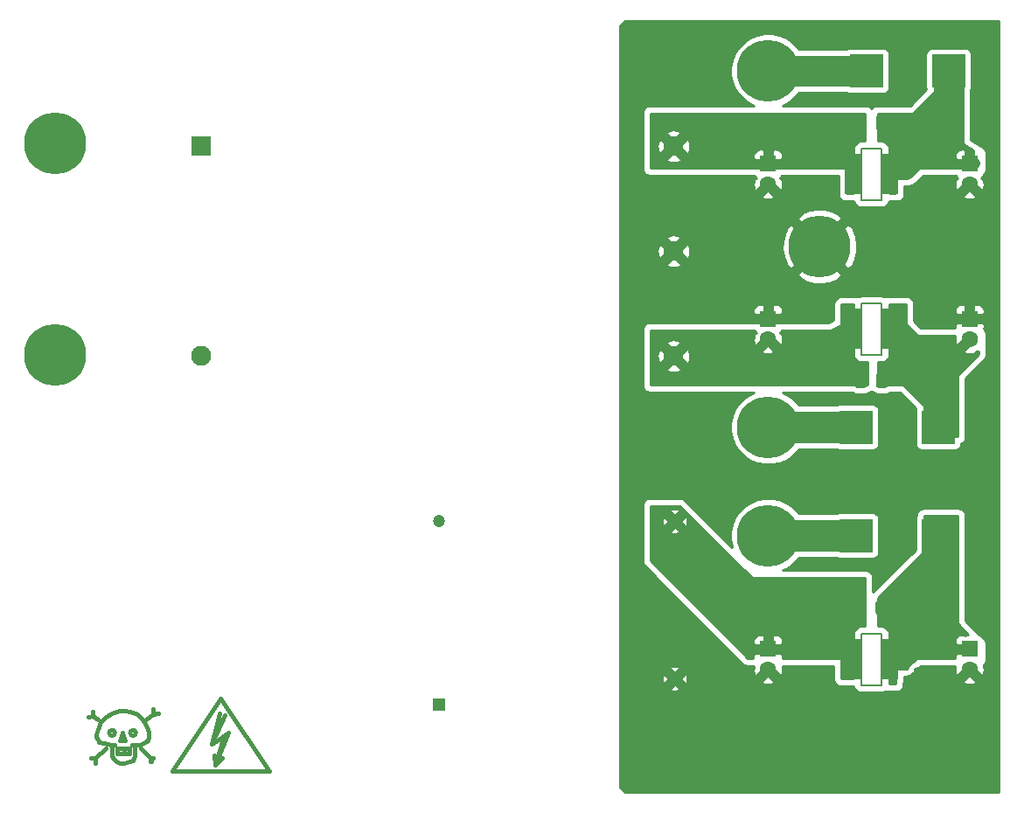
<source format=gbr>
G04 #@! TF.GenerationSoftware,KiCad,Pcbnew,(5.1.5)-3*
G04 #@! TF.CreationDate,2020-06-27T22:24:07+10:00*
G04 #@! TF.ProjectId,external_psu,65787465-726e-4616-9c5f-7073752e6b69,1.0.0*
G04 #@! TF.SameCoordinates,Original*
G04 #@! TF.FileFunction,Copper,L1,Top*
G04 #@! TF.FilePolarity,Positive*
%FSLAX46Y46*%
G04 Gerber Fmt 4.6, Leading zero omitted, Abs format (unit mm)*
G04 Created by KiCad (PCBNEW (5.1.5)-3) date 2020-06-27 22:24:07*
%MOMM*%
%LPD*%
G04 APERTURE LIST*
%ADD10C,0.381000*%
%ADD11C,0.152400*%
%ADD12C,1.600000*%
%ADD13R,1.600000X1.600000*%
%ADD14C,0.100000*%
%ADD15C,5.999480*%
%ADD16R,3.180000X3.180000*%
%ADD17R,2.590000X3.180000*%
%ADD18R,1.498600X3.987800*%
%ADD19C,1.950000*%
%ADD20R,1.950000X1.950000*%
%ADD21C,1.200000*%
%ADD22R,1.200000X1.200000*%
%ADD23C,1.000000*%
%ADD24C,0.254000*%
G04 APERTURE END LIST*
D10*
X109301000Y-125294000D02*
X114000000Y-118309000D01*
X118699000Y-125294000D02*
X109301000Y-125294000D01*
X114000000Y-118309000D02*
X118699000Y-125294000D01*
X113502160Y-124699640D02*
X113400560Y-123800480D01*
X114299720Y-121900560D02*
X113502160Y-124699640D01*
X113100840Y-122700660D02*
X114299720Y-121900560D01*
X113900940Y-119700920D02*
X113100840Y-122700660D01*
X113502160Y-124699640D02*
X114101600Y-124001140D01*
X113100840Y-122700660D02*
X114401320Y-119899040D01*
X114701040Y-121600840D02*
X114101600Y-121999620D01*
X113502160Y-124699640D02*
X114701040Y-121600840D01*
X107167000Y-124032000D02*
X107167000Y-124413000D01*
X107167000Y-124413000D02*
X107294000Y-124413000D01*
X106278000Y-123143000D02*
X107167000Y-124032000D01*
X107167000Y-124032000D02*
X107421000Y-124032000D01*
X101579000Y-119968000D02*
X101198000Y-120095000D01*
X101579000Y-119968000D02*
X101579000Y-119587000D01*
X102087000Y-120349000D02*
X101579000Y-119968000D01*
X101833000Y-124032000D02*
X101833000Y-124540000D01*
X101833000Y-124032000D02*
X101452000Y-124032000D01*
X102849000Y-123143000D02*
X101833000Y-124032000D01*
X107421000Y-119841000D02*
X107929000Y-119714000D01*
X107421000Y-119841000D02*
X107421000Y-119333000D01*
X106786000Y-120349000D02*
X107421000Y-119841000D01*
X104627000Y-123270000D02*
X104627000Y-123524000D01*
X103992000Y-123143000D02*
X105135000Y-123143000D01*
X105135000Y-123143000D02*
X105135000Y-123651000D01*
X105135000Y-123651000D02*
X103992000Y-123651000D01*
X103992000Y-123651000D02*
X103992000Y-123143000D01*
X103767981Y-121619000D02*
G75*
G03X103767981Y-121619000I-283981J0D01*
G01*
X105799981Y-121619000D02*
G75*
G03X105799981Y-121619000I-283981J0D01*
G01*
X104500000Y-121619000D02*
X104754000Y-122381000D01*
X104754000Y-122381000D02*
X104246000Y-122381000D01*
X104246000Y-122381000D02*
X104500000Y-121619000D01*
X103484000Y-123905000D02*
X103611000Y-124159000D01*
X103611000Y-124159000D02*
X103865000Y-124413000D01*
X103865000Y-124413000D02*
X104246000Y-124540000D01*
X105643000Y-122762000D02*
X105643000Y-123524000D01*
X105643000Y-123524000D02*
X105643000Y-123905000D01*
X105643000Y-123905000D02*
X105516000Y-124286000D01*
X105516000Y-124286000D02*
X105135000Y-124413000D01*
X105135000Y-124413000D02*
X104627000Y-124540000D01*
X104627000Y-124540000D02*
X104246000Y-124540000D01*
X103484000Y-123905000D02*
X103484000Y-123524000D01*
X103484000Y-123524000D02*
X103484000Y-122762000D01*
X101960000Y-122000000D02*
X102087000Y-122254000D01*
X102087000Y-122254000D02*
X102214000Y-122508000D01*
X102214000Y-122508000D02*
X102722000Y-122635000D01*
X102722000Y-122635000D02*
X103357000Y-122762000D01*
X103357000Y-122762000D02*
X103738000Y-122762000D01*
X101960000Y-122000000D02*
X101960000Y-121746000D01*
X101960000Y-121746000D02*
X102087000Y-121238000D01*
X102087000Y-121238000D02*
X102341000Y-120603000D01*
X102341000Y-120603000D02*
X102849000Y-120095000D01*
X102849000Y-120095000D02*
X103484000Y-119714000D01*
X103484000Y-119714000D02*
X104119000Y-119460000D01*
X104119000Y-119460000D02*
X104627000Y-119460000D01*
X104627000Y-119460000D02*
X105262000Y-119587000D01*
X105262000Y-119587000D02*
X105897000Y-119841000D01*
X105897000Y-119841000D02*
X106405000Y-120349000D01*
X106405000Y-120349000D02*
X106659000Y-120730000D01*
X106659000Y-120730000D02*
X106913000Y-121238000D01*
X106913000Y-121238000D02*
X107040000Y-121619000D01*
X107040000Y-121619000D02*
X107040000Y-122000000D01*
X107040000Y-122000000D02*
X106913000Y-122381000D01*
X106913000Y-122381000D02*
X106659000Y-122508000D01*
X106659000Y-122508000D02*
X106151000Y-122762000D01*
X106151000Y-122762000D02*
X105770000Y-122762000D01*
X105770000Y-122762000D02*
X105389000Y-122762000D01*
D11*
X175996700Y-70001900D02*
X175996700Y-64998100D01*
X178003300Y-70001900D02*
X175996700Y-70001900D01*
X178003300Y-64998100D02*
X178003300Y-70001900D01*
X175996700Y-64998100D02*
X178003300Y-64998100D01*
X175996700Y-85001900D02*
X175996700Y-79998100D01*
X178003300Y-85001900D02*
X175996700Y-85001900D01*
X178003300Y-79998100D02*
X178003300Y-85001900D01*
X175996700Y-79998100D02*
X178003300Y-79998100D01*
X175996700Y-111998100D02*
X178003300Y-111998100D01*
X178003300Y-111998100D02*
X178003300Y-117001900D01*
X178003300Y-117001900D02*
X175996700Y-117001900D01*
X175996700Y-117001900D02*
X175996700Y-111998100D01*
D12*
X167000000Y-68500000D03*
D13*
X167000000Y-66500000D03*
D12*
X167000000Y-83500000D03*
D13*
X167000000Y-81500000D03*
X167000000Y-113500000D03*
D12*
X167000000Y-115500000D03*
G04 #@! TA.AperFunction,SMDPad,CuDef*
D14*
G36*
X172649504Y-68276204D02*
G01*
X172673773Y-68279804D01*
X172697571Y-68285765D01*
X172720671Y-68294030D01*
X172742849Y-68304520D01*
X172763893Y-68317133D01*
X172783598Y-68331747D01*
X172801777Y-68348223D01*
X172818253Y-68366402D01*
X172832867Y-68386107D01*
X172845480Y-68407151D01*
X172855970Y-68429329D01*
X172864235Y-68452429D01*
X172870196Y-68476227D01*
X172873796Y-68500496D01*
X172875000Y-68525000D01*
X172875000Y-69275000D01*
X172873796Y-69299504D01*
X172870196Y-69323773D01*
X172864235Y-69347571D01*
X172855970Y-69370671D01*
X172845480Y-69392849D01*
X172832867Y-69413893D01*
X172818253Y-69433598D01*
X172801777Y-69451777D01*
X172783598Y-69468253D01*
X172763893Y-69482867D01*
X172742849Y-69495480D01*
X172720671Y-69505970D01*
X172697571Y-69514235D01*
X172673773Y-69520196D01*
X172649504Y-69523796D01*
X172625000Y-69525000D01*
X171375000Y-69525000D01*
X171350496Y-69523796D01*
X171326227Y-69520196D01*
X171302429Y-69514235D01*
X171279329Y-69505970D01*
X171257151Y-69495480D01*
X171236107Y-69482867D01*
X171216402Y-69468253D01*
X171198223Y-69451777D01*
X171181747Y-69433598D01*
X171167133Y-69413893D01*
X171154520Y-69392849D01*
X171144030Y-69370671D01*
X171135765Y-69347571D01*
X171129804Y-69323773D01*
X171126204Y-69299504D01*
X171125000Y-69275000D01*
X171125000Y-68525000D01*
X171126204Y-68500496D01*
X171129804Y-68476227D01*
X171135765Y-68452429D01*
X171144030Y-68429329D01*
X171154520Y-68407151D01*
X171167133Y-68386107D01*
X171181747Y-68366402D01*
X171198223Y-68348223D01*
X171216402Y-68331747D01*
X171236107Y-68317133D01*
X171257151Y-68304520D01*
X171279329Y-68294030D01*
X171302429Y-68285765D01*
X171326227Y-68279804D01*
X171350496Y-68276204D01*
X171375000Y-68275000D01*
X172625000Y-68275000D01*
X172649504Y-68276204D01*
G37*
G04 #@! TD.AperFunction*
G04 #@! TA.AperFunction,SMDPad,CuDef*
G36*
X172649504Y-65476204D02*
G01*
X172673773Y-65479804D01*
X172697571Y-65485765D01*
X172720671Y-65494030D01*
X172742849Y-65504520D01*
X172763893Y-65517133D01*
X172783598Y-65531747D01*
X172801777Y-65548223D01*
X172818253Y-65566402D01*
X172832867Y-65586107D01*
X172845480Y-65607151D01*
X172855970Y-65629329D01*
X172864235Y-65652429D01*
X172870196Y-65676227D01*
X172873796Y-65700496D01*
X172875000Y-65725000D01*
X172875000Y-66475000D01*
X172873796Y-66499504D01*
X172870196Y-66523773D01*
X172864235Y-66547571D01*
X172855970Y-66570671D01*
X172845480Y-66592849D01*
X172832867Y-66613893D01*
X172818253Y-66633598D01*
X172801777Y-66651777D01*
X172783598Y-66668253D01*
X172763893Y-66682867D01*
X172742849Y-66695480D01*
X172720671Y-66705970D01*
X172697571Y-66714235D01*
X172673773Y-66720196D01*
X172649504Y-66723796D01*
X172625000Y-66725000D01*
X171375000Y-66725000D01*
X171350496Y-66723796D01*
X171326227Y-66720196D01*
X171302429Y-66714235D01*
X171279329Y-66705970D01*
X171257151Y-66695480D01*
X171236107Y-66682867D01*
X171216402Y-66668253D01*
X171198223Y-66651777D01*
X171181747Y-66633598D01*
X171167133Y-66613893D01*
X171154520Y-66592849D01*
X171144030Y-66570671D01*
X171135765Y-66547571D01*
X171129804Y-66523773D01*
X171126204Y-66499504D01*
X171125000Y-66475000D01*
X171125000Y-65725000D01*
X171126204Y-65700496D01*
X171129804Y-65676227D01*
X171135765Y-65652429D01*
X171144030Y-65629329D01*
X171154520Y-65607151D01*
X171167133Y-65586107D01*
X171181747Y-65566402D01*
X171198223Y-65548223D01*
X171216402Y-65531747D01*
X171236107Y-65517133D01*
X171257151Y-65504520D01*
X171279329Y-65494030D01*
X171302429Y-65485765D01*
X171326227Y-65479804D01*
X171350496Y-65476204D01*
X171375000Y-65475000D01*
X172625000Y-65475000D01*
X172649504Y-65476204D01*
G37*
G04 #@! TD.AperFunction*
G04 #@! TA.AperFunction,SMDPad,CuDef*
G36*
X172649504Y-83276204D02*
G01*
X172673773Y-83279804D01*
X172697571Y-83285765D01*
X172720671Y-83294030D01*
X172742849Y-83304520D01*
X172763893Y-83317133D01*
X172783598Y-83331747D01*
X172801777Y-83348223D01*
X172818253Y-83366402D01*
X172832867Y-83386107D01*
X172845480Y-83407151D01*
X172855970Y-83429329D01*
X172864235Y-83452429D01*
X172870196Y-83476227D01*
X172873796Y-83500496D01*
X172875000Y-83525000D01*
X172875000Y-84275000D01*
X172873796Y-84299504D01*
X172870196Y-84323773D01*
X172864235Y-84347571D01*
X172855970Y-84370671D01*
X172845480Y-84392849D01*
X172832867Y-84413893D01*
X172818253Y-84433598D01*
X172801777Y-84451777D01*
X172783598Y-84468253D01*
X172763893Y-84482867D01*
X172742849Y-84495480D01*
X172720671Y-84505970D01*
X172697571Y-84514235D01*
X172673773Y-84520196D01*
X172649504Y-84523796D01*
X172625000Y-84525000D01*
X171375000Y-84525000D01*
X171350496Y-84523796D01*
X171326227Y-84520196D01*
X171302429Y-84514235D01*
X171279329Y-84505970D01*
X171257151Y-84495480D01*
X171236107Y-84482867D01*
X171216402Y-84468253D01*
X171198223Y-84451777D01*
X171181747Y-84433598D01*
X171167133Y-84413893D01*
X171154520Y-84392849D01*
X171144030Y-84370671D01*
X171135765Y-84347571D01*
X171129804Y-84323773D01*
X171126204Y-84299504D01*
X171125000Y-84275000D01*
X171125000Y-83525000D01*
X171126204Y-83500496D01*
X171129804Y-83476227D01*
X171135765Y-83452429D01*
X171144030Y-83429329D01*
X171154520Y-83407151D01*
X171167133Y-83386107D01*
X171181747Y-83366402D01*
X171198223Y-83348223D01*
X171216402Y-83331747D01*
X171236107Y-83317133D01*
X171257151Y-83304520D01*
X171279329Y-83294030D01*
X171302429Y-83285765D01*
X171326227Y-83279804D01*
X171350496Y-83276204D01*
X171375000Y-83275000D01*
X172625000Y-83275000D01*
X172649504Y-83276204D01*
G37*
G04 #@! TD.AperFunction*
G04 #@! TA.AperFunction,SMDPad,CuDef*
G36*
X172649504Y-80476204D02*
G01*
X172673773Y-80479804D01*
X172697571Y-80485765D01*
X172720671Y-80494030D01*
X172742849Y-80504520D01*
X172763893Y-80517133D01*
X172783598Y-80531747D01*
X172801777Y-80548223D01*
X172818253Y-80566402D01*
X172832867Y-80586107D01*
X172845480Y-80607151D01*
X172855970Y-80629329D01*
X172864235Y-80652429D01*
X172870196Y-80676227D01*
X172873796Y-80700496D01*
X172875000Y-80725000D01*
X172875000Y-81475000D01*
X172873796Y-81499504D01*
X172870196Y-81523773D01*
X172864235Y-81547571D01*
X172855970Y-81570671D01*
X172845480Y-81592849D01*
X172832867Y-81613893D01*
X172818253Y-81633598D01*
X172801777Y-81651777D01*
X172783598Y-81668253D01*
X172763893Y-81682867D01*
X172742849Y-81695480D01*
X172720671Y-81705970D01*
X172697571Y-81714235D01*
X172673773Y-81720196D01*
X172649504Y-81723796D01*
X172625000Y-81725000D01*
X171375000Y-81725000D01*
X171350496Y-81723796D01*
X171326227Y-81720196D01*
X171302429Y-81714235D01*
X171279329Y-81705970D01*
X171257151Y-81695480D01*
X171236107Y-81682867D01*
X171216402Y-81668253D01*
X171198223Y-81651777D01*
X171181747Y-81633598D01*
X171167133Y-81613893D01*
X171154520Y-81592849D01*
X171144030Y-81570671D01*
X171135765Y-81547571D01*
X171129804Y-81523773D01*
X171126204Y-81499504D01*
X171125000Y-81475000D01*
X171125000Y-80725000D01*
X171126204Y-80700496D01*
X171129804Y-80676227D01*
X171135765Y-80652429D01*
X171144030Y-80629329D01*
X171154520Y-80607151D01*
X171167133Y-80586107D01*
X171181747Y-80566402D01*
X171198223Y-80548223D01*
X171216402Y-80531747D01*
X171236107Y-80517133D01*
X171257151Y-80504520D01*
X171279329Y-80494030D01*
X171302429Y-80485765D01*
X171326227Y-80479804D01*
X171350496Y-80476204D01*
X171375000Y-80475000D01*
X172625000Y-80475000D01*
X172649504Y-80476204D01*
G37*
G04 #@! TD.AperFunction*
G04 #@! TA.AperFunction,SMDPad,CuDef*
G36*
X172649504Y-115276204D02*
G01*
X172673773Y-115279804D01*
X172697571Y-115285765D01*
X172720671Y-115294030D01*
X172742849Y-115304520D01*
X172763893Y-115317133D01*
X172783598Y-115331747D01*
X172801777Y-115348223D01*
X172818253Y-115366402D01*
X172832867Y-115386107D01*
X172845480Y-115407151D01*
X172855970Y-115429329D01*
X172864235Y-115452429D01*
X172870196Y-115476227D01*
X172873796Y-115500496D01*
X172875000Y-115525000D01*
X172875000Y-116275000D01*
X172873796Y-116299504D01*
X172870196Y-116323773D01*
X172864235Y-116347571D01*
X172855970Y-116370671D01*
X172845480Y-116392849D01*
X172832867Y-116413893D01*
X172818253Y-116433598D01*
X172801777Y-116451777D01*
X172783598Y-116468253D01*
X172763893Y-116482867D01*
X172742849Y-116495480D01*
X172720671Y-116505970D01*
X172697571Y-116514235D01*
X172673773Y-116520196D01*
X172649504Y-116523796D01*
X172625000Y-116525000D01*
X171375000Y-116525000D01*
X171350496Y-116523796D01*
X171326227Y-116520196D01*
X171302429Y-116514235D01*
X171279329Y-116505970D01*
X171257151Y-116495480D01*
X171236107Y-116482867D01*
X171216402Y-116468253D01*
X171198223Y-116451777D01*
X171181747Y-116433598D01*
X171167133Y-116413893D01*
X171154520Y-116392849D01*
X171144030Y-116370671D01*
X171135765Y-116347571D01*
X171129804Y-116323773D01*
X171126204Y-116299504D01*
X171125000Y-116275000D01*
X171125000Y-115525000D01*
X171126204Y-115500496D01*
X171129804Y-115476227D01*
X171135765Y-115452429D01*
X171144030Y-115429329D01*
X171154520Y-115407151D01*
X171167133Y-115386107D01*
X171181747Y-115366402D01*
X171198223Y-115348223D01*
X171216402Y-115331747D01*
X171236107Y-115317133D01*
X171257151Y-115304520D01*
X171279329Y-115294030D01*
X171302429Y-115285765D01*
X171326227Y-115279804D01*
X171350496Y-115276204D01*
X171375000Y-115275000D01*
X172625000Y-115275000D01*
X172649504Y-115276204D01*
G37*
G04 #@! TD.AperFunction*
G04 #@! TA.AperFunction,SMDPad,CuDef*
G36*
X172649504Y-112476204D02*
G01*
X172673773Y-112479804D01*
X172697571Y-112485765D01*
X172720671Y-112494030D01*
X172742849Y-112504520D01*
X172763893Y-112517133D01*
X172783598Y-112531747D01*
X172801777Y-112548223D01*
X172818253Y-112566402D01*
X172832867Y-112586107D01*
X172845480Y-112607151D01*
X172855970Y-112629329D01*
X172864235Y-112652429D01*
X172870196Y-112676227D01*
X172873796Y-112700496D01*
X172875000Y-112725000D01*
X172875000Y-113475000D01*
X172873796Y-113499504D01*
X172870196Y-113523773D01*
X172864235Y-113547571D01*
X172855970Y-113570671D01*
X172845480Y-113592849D01*
X172832867Y-113613893D01*
X172818253Y-113633598D01*
X172801777Y-113651777D01*
X172783598Y-113668253D01*
X172763893Y-113682867D01*
X172742849Y-113695480D01*
X172720671Y-113705970D01*
X172697571Y-113714235D01*
X172673773Y-113720196D01*
X172649504Y-113723796D01*
X172625000Y-113725000D01*
X171375000Y-113725000D01*
X171350496Y-113723796D01*
X171326227Y-113720196D01*
X171302429Y-113714235D01*
X171279329Y-113705970D01*
X171257151Y-113695480D01*
X171236107Y-113682867D01*
X171216402Y-113668253D01*
X171198223Y-113651777D01*
X171181747Y-113633598D01*
X171167133Y-113613893D01*
X171154520Y-113592849D01*
X171144030Y-113570671D01*
X171135765Y-113547571D01*
X171129804Y-113523773D01*
X171126204Y-113499504D01*
X171125000Y-113475000D01*
X171125000Y-112725000D01*
X171126204Y-112700496D01*
X171129804Y-112676227D01*
X171135765Y-112652429D01*
X171144030Y-112629329D01*
X171154520Y-112607151D01*
X171167133Y-112586107D01*
X171181747Y-112566402D01*
X171198223Y-112548223D01*
X171216402Y-112531747D01*
X171236107Y-112517133D01*
X171257151Y-112504520D01*
X171279329Y-112494030D01*
X171302429Y-112485765D01*
X171326227Y-112479804D01*
X171350496Y-112476204D01*
X171375000Y-112475000D01*
X172625000Y-112475000D01*
X172649504Y-112476204D01*
G37*
G04 #@! TD.AperFunction*
G04 #@! TA.AperFunction,SMDPad,CuDef*
G36*
X178374505Y-61801204D02*
G01*
X178398773Y-61804804D01*
X178422572Y-61810765D01*
X178445671Y-61819030D01*
X178467850Y-61829520D01*
X178488893Y-61842132D01*
X178508599Y-61856747D01*
X178526777Y-61873223D01*
X178543253Y-61891401D01*
X178557868Y-61911107D01*
X178570480Y-61932150D01*
X178580970Y-61954329D01*
X178589235Y-61977428D01*
X178595196Y-62001227D01*
X178598796Y-62025495D01*
X178600000Y-62049999D01*
X178600000Y-62950001D01*
X178598796Y-62974505D01*
X178595196Y-62998773D01*
X178589235Y-63022572D01*
X178580970Y-63045671D01*
X178570480Y-63067850D01*
X178557868Y-63088893D01*
X178543253Y-63108599D01*
X178526777Y-63126777D01*
X178508599Y-63143253D01*
X178488893Y-63157868D01*
X178467850Y-63170480D01*
X178445671Y-63180970D01*
X178422572Y-63189235D01*
X178398773Y-63195196D01*
X178374505Y-63198796D01*
X178350001Y-63200000D01*
X177699999Y-63200000D01*
X177675495Y-63198796D01*
X177651227Y-63195196D01*
X177627428Y-63189235D01*
X177604329Y-63180970D01*
X177582150Y-63170480D01*
X177561107Y-63157868D01*
X177541401Y-63143253D01*
X177523223Y-63126777D01*
X177506747Y-63108599D01*
X177492132Y-63088893D01*
X177479520Y-63067850D01*
X177469030Y-63045671D01*
X177460765Y-63022572D01*
X177454804Y-62998773D01*
X177451204Y-62974505D01*
X177450000Y-62950001D01*
X177450000Y-62049999D01*
X177451204Y-62025495D01*
X177454804Y-62001227D01*
X177460765Y-61977428D01*
X177469030Y-61954329D01*
X177479520Y-61932150D01*
X177492132Y-61911107D01*
X177506747Y-61891401D01*
X177523223Y-61873223D01*
X177541401Y-61856747D01*
X177561107Y-61842132D01*
X177582150Y-61829520D01*
X177604329Y-61819030D01*
X177627428Y-61810765D01*
X177651227Y-61804804D01*
X177675495Y-61801204D01*
X177699999Y-61800000D01*
X178350001Y-61800000D01*
X178374505Y-61801204D01*
G37*
G04 #@! TD.AperFunction*
G04 #@! TA.AperFunction,SMDPad,CuDef*
G36*
X176324505Y-61801204D02*
G01*
X176348773Y-61804804D01*
X176372572Y-61810765D01*
X176395671Y-61819030D01*
X176417850Y-61829520D01*
X176438893Y-61842132D01*
X176458599Y-61856747D01*
X176476777Y-61873223D01*
X176493253Y-61891401D01*
X176507868Y-61911107D01*
X176520480Y-61932150D01*
X176530970Y-61954329D01*
X176539235Y-61977428D01*
X176545196Y-62001227D01*
X176548796Y-62025495D01*
X176550000Y-62049999D01*
X176550000Y-62950001D01*
X176548796Y-62974505D01*
X176545196Y-62998773D01*
X176539235Y-63022572D01*
X176530970Y-63045671D01*
X176520480Y-63067850D01*
X176507868Y-63088893D01*
X176493253Y-63108599D01*
X176476777Y-63126777D01*
X176458599Y-63143253D01*
X176438893Y-63157868D01*
X176417850Y-63170480D01*
X176395671Y-63180970D01*
X176372572Y-63189235D01*
X176348773Y-63195196D01*
X176324505Y-63198796D01*
X176300001Y-63200000D01*
X175649999Y-63200000D01*
X175625495Y-63198796D01*
X175601227Y-63195196D01*
X175577428Y-63189235D01*
X175554329Y-63180970D01*
X175532150Y-63170480D01*
X175511107Y-63157868D01*
X175491401Y-63143253D01*
X175473223Y-63126777D01*
X175456747Y-63108599D01*
X175442132Y-63088893D01*
X175429520Y-63067850D01*
X175419030Y-63045671D01*
X175410765Y-63022572D01*
X175404804Y-62998773D01*
X175401204Y-62974505D01*
X175400000Y-62950001D01*
X175400000Y-62049999D01*
X175401204Y-62025495D01*
X175404804Y-62001227D01*
X175410765Y-61977428D01*
X175419030Y-61954329D01*
X175429520Y-61932150D01*
X175442132Y-61911107D01*
X175456747Y-61891401D01*
X175473223Y-61873223D01*
X175491401Y-61856747D01*
X175511107Y-61842132D01*
X175532150Y-61829520D01*
X175554329Y-61819030D01*
X175577428Y-61810765D01*
X175601227Y-61804804D01*
X175625495Y-61801204D01*
X175649999Y-61800000D01*
X176300001Y-61800000D01*
X176324505Y-61801204D01*
G37*
G04 #@! TD.AperFunction*
G04 #@! TA.AperFunction,SMDPad,CuDef*
G36*
X176324505Y-86801204D02*
G01*
X176348773Y-86804804D01*
X176372572Y-86810765D01*
X176395671Y-86819030D01*
X176417850Y-86829520D01*
X176438893Y-86842132D01*
X176458599Y-86856747D01*
X176476777Y-86873223D01*
X176493253Y-86891401D01*
X176507868Y-86911107D01*
X176520480Y-86932150D01*
X176530970Y-86954329D01*
X176539235Y-86977428D01*
X176545196Y-87001227D01*
X176548796Y-87025495D01*
X176550000Y-87049999D01*
X176550000Y-87950001D01*
X176548796Y-87974505D01*
X176545196Y-87998773D01*
X176539235Y-88022572D01*
X176530970Y-88045671D01*
X176520480Y-88067850D01*
X176507868Y-88088893D01*
X176493253Y-88108599D01*
X176476777Y-88126777D01*
X176458599Y-88143253D01*
X176438893Y-88157868D01*
X176417850Y-88170480D01*
X176395671Y-88180970D01*
X176372572Y-88189235D01*
X176348773Y-88195196D01*
X176324505Y-88198796D01*
X176300001Y-88200000D01*
X175649999Y-88200000D01*
X175625495Y-88198796D01*
X175601227Y-88195196D01*
X175577428Y-88189235D01*
X175554329Y-88180970D01*
X175532150Y-88170480D01*
X175511107Y-88157868D01*
X175491401Y-88143253D01*
X175473223Y-88126777D01*
X175456747Y-88108599D01*
X175442132Y-88088893D01*
X175429520Y-88067850D01*
X175419030Y-88045671D01*
X175410765Y-88022572D01*
X175404804Y-87998773D01*
X175401204Y-87974505D01*
X175400000Y-87950001D01*
X175400000Y-87049999D01*
X175401204Y-87025495D01*
X175404804Y-87001227D01*
X175410765Y-86977428D01*
X175419030Y-86954329D01*
X175429520Y-86932150D01*
X175442132Y-86911107D01*
X175456747Y-86891401D01*
X175473223Y-86873223D01*
X175491401Y-86856747D01*
X175511107Y-86842132D01*
X175532150Y-86829520D01*
X175554329Y-86819030D01*
X175577428Y-86810765D01*
X175601227Y-86804804D01*
X175625495Y-86801204D01*
X175649999Y-86800000D01*
X176300001Y-86800000D01*
X176324505Y-86801204D01*
G37*
G04 #@! TD.AperFunction*
G04 #@! TA.AperFunction,SMDPad,CuDef*
G36*
X178374505Y-86801204D02*
G01*
X178398773Y-86804804D01*
X178422572Y-86810765D01*
X178445671Y-86819030D01*
X178467850Y-86829520D01*
X178488893Y-86842132D01*
X178508599Y-86856747D01*
X178526777Y-86873223D01*
X178543253Y-86891401D01*
X178557868Y-86911107D01*
X178570480Y-86932150D01*
X178580970Y-86954329D01*
X178589235Y-86977428D01*
X178595196Y-87001227D01*
X178598796Y-87025495D01*
X178600000Y-87049999D01*
X178600000Y-87950001D01*
X178598796Y-87974505D01*
X178595196Y-87998773D01*
X178589235Y-88022572D01*
X178580970Y-88045671D01*
X178570480Y-88067850D01*
X178557868Y-88088893D01*
X178543253Y-88108599D01*
X178526777Y-88126777D01*
X178508599Y-88143253D01*
X178488893Y-88157868D01*
X178467850Y-88170480D01*
X178445671Y-88180970D01*
X178422572Y-88189235D01*
X178398773Y-88195196D01*
X178374505Y-88198796D01*
X178350001Y-88200000D01*
X177699999Y-88200000D01*
X177675495Y-88198796D01*
X177651227Y-88195196D01*
X177627428Y-88189235D01*
X177604329Y-88180970D01*
X177582150Y-88170480D01*
X177561107Y-88157868D01*
X177541401Y-88143253D01*
X177523223Y-88126777D01*
X177506747Y-88108599D01*
X177492132Y-88088893D01*
X177479520Y-88067850D01*
X177469030Y-88045671D01*
X177460765Y-88022572D01*
X177454804Y-87998773D01*
X177451204Y-87974505D01*
X177450000Y-87950001D01*
X177450000Y-87049999D01*
X177451204Y-87025495D01*
X177454804Y-87001227D01*
X177460765Y-86977428D01*
X177469030Y-86954329D01*
X177479520Y-86932150D01*
X177492132Y-86911107D01*
X177506747Y-86891401D01*
X177523223Y-86873223D01*
X177541401Y-86856747D01*
X177561107Y-86842132D01*
X177582150Y-86829520D01*
X177604329Y-86819030D01*
X177627428Y-86810765D01*
X177651227Y-86804804D01*
X177675495Y-86801204D01*
X177699999Y-86800000D01*
X178350001Y-86800000D01*
X178374505Y-86801204D01*
G37*
G04 #@! TD.AperFunction*
G04 #@! TA.AperFunction,SMDPad,CuDef*
G36*
X176299505Y-108801204D02*
G01*
X176323773Y-108804804D01*
X176347572Y-108810765D01*
X176370671Y-108819030D01*
X176392850Y-108829520D01*
X176413893Y-108842132D01*
X176433599Y-108856747D01*
X176451777Y-108873223D01*
X176468253Y-108891401D01*
X176482868Y-108911107D01*
X176495480Y-108932150D01*
X176505970Y-108954329D01*
X176514235Y-108977428D01*
X176520196Y-109001227D01*
X176523796Y-109025495D01*
X176525000Y-109049999D01*
X176525000Y-109950001D01*
X176523796Y-109974505D01*
X176520196Y-109998773D01*
X176514235Y-110022572D01*
X176505970Y-110045671D01*
X176495480Y-110067850D01*
X176482868Y-110088893D01*
X176468253Y-110108599D01*
X176451777Y-110126777D01*
X176433599Y-110143253D01*
X176413893Y-110157868D01*
X176392850Y-110170480D01*
X176370671Y-110180970D01*
X176347572Y-110189235D01*
X176323773Y-110195196D01*
X176299505Y-110198796D01*
X176275001Y-110200000D01*
X175624999Y-110200000D01*
X175600495Y-110198796D01*
X175576227Y-110195196D01*
X175552428Y-110189235D01*
X175529329Y-110180970D01*
X175507150Y-110170480D01*
X175486107Y-110157868D01*
X175466401Y-110143253D01*
X175448223Y-110126777D01*
X175431747Y-110108599D01*
X175417132Y-110088893D01*
X175404520Y-110067850D01*
X175394030Y-110045671D01*
X175385765Y-110022572D01*
X175379804Y-109998773D01*
X175376204Y-109974505D01*
X175375000Y-109950001D01*
X175375000Y-109049999D01*
X175376204Y-109025495D01*
X175379804Y-109001227D01*
X175385765Y-108977428D01*
X175394030Y-108954329D01*
X175404520Y-108932150D01*
X175417132Y-108911107D01*
X175431747Y-108891401D01*
X175448223Y-108873223D01*
X175466401Y-108856747D01*
X175486107Y-108842132D01*
X175507150Y-108829520D01*
X175529329Y-108819030D01*
X175552428Y-108810765D01*
X175576227Y-108804804D01*
X175600495Y-108801204D01*
X175624999Y-108800000D01*
X176275001Y-108800000D01*
X176299505Y-108801204D01*
G37*
G04 #@! TD.AperFunction*
G04 #@! TA.AperFunction,SMDPad,CuDef*
G36*
X178349505Y-108801204D02*
G01*
X178373773Y-108804804D01*
X178397572Y-108810765D01*
X178420671Y-108819030D01*
X178442850Y-108829520D01*
X178463893Y-108842132D01*
X178483599Y-108856747D01*
X178501777Y-108873223D01*
X178518253Y-108891401D01*
X178532868Y-108911107D01*
X178545480Y-108932150D01*
X178555970Y-108954329D01*
X178564235Y-108977428D01*
X178570196Y-109001227D01*
X178573796Y-109025495D01*
X178575000Y-109049999D01*
X178575000Y-109950001D01*
X178573796Y-109974505D01*
X178570196Y-109998773D01*
X178564235Y-110022572D01*
X178555970Y-110045671D01*
X178545480Y-110067850D01*
X178532868Y-110088893D01*
X178518253Y-110108599D01*
X178501777Y-110126777D01*
X178483599Y-110143253D01*
X178463893Y-110157868D01*
X178442850Y-110170480D01*
X178420671Y-110180970D01*
X178397572Y-110189235D01*
X178373773Y-110195196D01*
X178349505Y-110198796D01*
X178325001Y-110200000D01*
X177674999Y-110200000D01*
X177650495Y-110198796D01*
X177626227Y-110195196D01*
X177602428Y-110189235D01*
X177579329Y-110180970D01*
X177557150Y-110170480D01*
X177536107Y-110157868D01*
X177516401Y-110143253D01*
X177498223Y-110126777D01*
X177481747Y-110108599D01*
X177467132Y-110088893D01*
X177454520Y-110067850D01*
X177444030Y-110045671D01*
X177435765Y-110022572D01*
X177429804Y-109998773D01*
X177426204Y-109974505D01*
X177425000Y-109950001D01*
X177425000Y-109049999D01*
X177426204Y-109025495D01*
X177429804Y-109001227D01*
X177435765Y-108977428D01*
X177444030Y-108954329D01*
X177454520Y-108932150D01*
X177467132Y-108911107D01*
X177481747Y-108891401D01*
X177498223Y-108873223D01*
X177516401Y-108856747D01*
X177536107Y-108842132D01*
X177557150Y-108829520D01*
X177579329Y-108819030D01*
X177602428Y-108810765D01*
X177626227Y-108804804D01*
X177650495Y-108801204D01*
X177674999Y-108800000D01*
X178325001Y-108800000D01*
X178349505Y-108801204D01*
G37*
G04 #@! TD.AperFunction*
G04 #@! TA.AperFunction,SMDPad,CuDef*
G36*
X182649504Y-68276204D02*
G01*
X182673773Y-68279804D01*
X182697571Y-68285765D01*
X182720671Y-68294030D01*
X182742849Y-68304520D01*
X182763893Y-68317133D01*
X182783598Y-68331747D01*
X182801777Y-68348223D01*
X182818253Y-68366402D01*
X182832867Y-68386107D01*
X182845480Y-68407151D01*
X182855970Y-68429329D01*
X182864235Y-68452429D01*
X182870196Y-68476227D01*
X182873796Y-68500496D01*
X182875000Y-68525000D01*
X182875000Y-69275000D01*
X182873796Y-69299504D01*
X182870196Y-69323773D01*
X182864235Y-69347571D01*
X182855970Y-69370671D01*
X182845480Y-69392849D01*
X182832867Y-69413893D01*
X182818253Y-69433598D01*
X182801777Y-69451777D01*
X182783598Y-69468253D01*
X182763893Y-69482867D01*
X182742849Y-69495480D01*
X182720671Y-69505970D01*
X182697571Y-69514235D01*
X182673773Y-69520196D01*
X182649504Y-69523796D01*
X182625000Y-69525000D01*
X181375000Y-69525000D01*
X181350496Y-69523796D01*
X181326227Y-69520196D01*
X181302429Y-69514235D01*
X181279329Y-69505970D01*
X181257151Y-69495480D01*
X181236107Y-69482867D01*
X181216402Y-69468253D01*
X181198223Y-69451777D01*
X181181747Y-69433598D01*
X181167133Y-69413893D01*
X181154520Y-69392849D01*
X181144030Y-69370671D01*
X181135765Y-69347571D01*
X181129804Y-69323773D01*
X181126204Y-69299504D01*
X181125000Y-69275000D01*
X181125000Y-68525000D01*
X181126204Y-68500496D01*
X181129804Y-68476227D01*
X181135765Y-68452429D01*
X181144030Y-68429329D01*
X181154520Y-68407151D01*
X181167133Y-68386107D01*
X181181747Y-68366402D01*
X181198223Y-68348223D01*
X181216402Y-68331747D01*
X181236107Y-68317133D01*
X181257151Y-68304520D01*
X181279329Y-68294030D01*
X181302429Y-68285765D01*
X181326227Y-68279804D01*
X181350496Y-68276204D01*
X181375000Y-68275000D01*
X182625000Y-68275000D01*
X182649504Y-68276204D01*
G37*
G04 #@! TD.AperFunction*
G04 #@! TA.AperFunction,SMDPad,CuDef*
G36*
X182649504Y-65476204D02*
G01*
X182673773Y-65479804D01*
X182697571Y-65485765D01*
X182720671Y-65494030D01*
X182742849Y-65504520D01*
X182763893Y-65517133D01*
X182783598Y-65531747D01*
X182801777Y-65548223D01*
X182818253Y-65566402D01*
X182832867Y-65586107D01*
X182845480Y-65607151D01*
X182855970Y-65629329D01*
X182864235Y-65652429D01*
X182870196Y-65676227D01*
X182873796Y-65700496D01*
X182875000Y-65725000D01*
X182875000Y-66475000D01*
X182873796Y-66499504D01*
X182870196Y-66523773D01*
X182864235Y-66547571D01*
X182855970Y-66570671D01*
X182845480Y-66592849D01*
X182832867Y-66613893D01*
X182818253Y-66633598D01*
X182801777Y-66651777D01*
X182783598Y-66668253D01*
X182763893Y-66682867D01*
X182742849Y-66695480D01*
X182720671Y-66705970D01*
X182697571Y-66714235D01*
X182673773Y-66720196D01*
X182649504Y-66723796D01*
X182625000Y-66725000D01*
X181375000Y-66725000D01*
X181350496Y-66723796D01*
X181326227Y-66720196D01*
X181302429Y-66714235D01*
X181279329Y-66705970D01*
X181257151Y-66695480D01*
X181236107Y-66682867D01*
X181216402Y-66668253D01*
X181198223Y-66651777D01*
X181181747Y-66633598D01*
X181167133Y-66613893D01*
X181154520Y-66592849D01*
X181144030Y-66570671D01*
X181135765Y-66547571D01*
X181129804Y-66523773D01*
X181126204Y-66499504D01*
X181125000Y-66475000D01*
X181125000Y-65725000D01*
X181126204Y-65700496D01*
X181129804Y-65676227D01*
X181135765Y-65652429D01*
X181144030Y-65629329D01*
X181154520Y-65607151D01*
X181167133Y-65586107D01*
X181181747Y-65566402D01*
X181198223Y-65548223D01*
X181216402Y-65531747D01*
X181236107Y-65517133D01*
X181257151Y-65504520D01*
X181279329Y-65494030D01*
X181302429Y-65485765D01*
X181326227Y-65479804D01*
X181350496Y-65476204D01*
X181375000Y-65475000D01*
X182625000Y-65475000D01*
X182649504Y-65476204D01*
G37*
G04 #@! TD.AperFunction*
G04 #@! TA.AperFunction,SMDPad,CuDef*
G36*
X182649504Y-83276204D02*
G01*
X182673773Y-83279804D01*
X182697571Y-83285765D01*
X182720671Y-83294030D01*
X182742849Y-83304520D01*
X182763893Y-83317133D01*
X182783598Y-83331747D01*
X182801777Y-83348223D01*
X182818253Y-83366402D01*
X182832867Y-83386107D01*
X182845480Y-83407151D01*
X182855970Y-83429329D01*
X182864235Y-83452429D01*
X182870196Y-83476227D01*
X182873796Y-83500496D01*
X182875000Y-83525000D01*
X182875000Y-84275000D01*
X182873796Y-84299504D01*
X182870196Y-84323773D01*
X182864235Y-84347571D01*
X182855970Y-84370671D01*
X182845480Y-84392849D01*
X182832867Y-84413893D01*
X182818253Y-84433598D01*
X182801777Y-84451777D01*
X182783598Y-84468253D01*
X182763893Y-84482867D01*
X182742849Y-84495480D01*
X182720671Y-84505970D01*
X182697571Y-84514235D01*
X182673773Y-84520196D01*
X182649504Y-84523796D01*
X182625000Y-84525000D01*
X181375000Y-84525000D01*
X181350496Y-84523796D01*
X181326227Y-84520196D01*
X181302429Y-84514235D01*
X181279329Y-84505970D01*
X181257151Y-84495480D01*
X181236107Y-84482867D01*
X181216402Y-84468253D01*
X181198223Y-84451777D01*
X181181747Y-84433598D01*
X181167133Y-84413893D01*
X181154520Y-84392849D01*
X181144030Y-84370671D01*
X181135765Y-84347571D01*
X181129804Y-84323773D01*
X181126204Y-84299504D01*
X181125000Y-84275000D01*
X181125000Y-83525000D01*
X181126204Y-83500496D01*
X181129804Y-83476227D01*
X181135765Y-83452429D01*
X181144030Y-83429329D01*
X181154520Y-83407151D01*
X181167133Y-83386107D01*
X181181747Y-83366402D01*
X181198223Y-83348223D01*
X181216402Y-83331747D01*
X181236107Y-83317133D01*
X181257151Y-83304520D01*
X181279329Y-83294030D01*
X181302429Y-83285765D01*
X181326227Y-83279804D01*
X181350496Y-83276204D01*
X181375000Y-83275000D01*
X182625000Y-83275000D01*
X182649504Y-83276204D01*
G37*
G04 #@! TD.AperFunction*
G04 #@! TA.AperFunction,SMDPad,CuDef*
G36*
X182649504Y-80476204D02*
G01*
X182673773Y-80479804D01*
X182697571Y-80485765D01*
X182720671Y-80494030D01*
X182742849Y-80504520D01*
X182763893Y-80517133D01*
X182783598Y-80531747D01*
X182801777Y-80548223D01*
X182818253Y-80566402D01*
X182832867Y-80586107D01*
X182845480Y-80607151D01*
X182855970Y-80629329D01*
X182864235Y-80652429D01*
X182870196Y-80676227D01*
X182873796Y-80700496D01*
X182875000Y-80725000D01*
X182875000Y-81475000D01*
X182873796Y-81499504D01*
X182870196Y-81523773D01*
X182864235Y-81547571D01*
X182855970Y-81570671D01*
X182845480Y-81592849D01*
X182832867Y-81613893D01*
X182818253Y-81633598D01*
X182801777Y-81651777D01*
X182783598Y-81668253D01*
X182763893Y-81682867D01*
X182742849Y-81695480D01*
X182720671Y-81705970D01*
X182697571Y-81714235D01*
X182673773Y-81720196D01*
X182649504Y-81723796D01*
X182625000Y-81725000D01*
X181375000Y-81725000D01*
X181350496Y-81723796D01*
X181326227Y-81720196D01*
X181302429Y-81714235D01*
X181279329Y-81705970D01*
X181257151Y-81695480D01*
X181236107Y-81682867D01*
X181216402Y-81668253D01*
X181198223Y-81651777D01*
X181181747Y-81633598D01*
X181167133Y-81613893D01*
X181154520Y-81592849D01*
X181144030Y-81570671D01*
X181135765Y-81547571D01*
X181129804Y-81523773D01*
X181126204Y-81499504D01*
X181125000Y-81475000D01*
X181125000Y-80725000D01*
X181126204Y-80700496D01*
X181129804Y-80676227D01*
X181135765Y-80652429D01*
X181144030Y-80629329D01*
X181154520Y-80607151D01*
X181167133Y-80586107D01*
X181181747Y-80566402D01*
X181198223Y-80548223D01*
X181216402Y-80531747D01*
X181236107Y-80517133D01*
X181257151Y-80504520D01*
X181279329Y-80494030D01*
X181302429Y-80485765D01*
X181326227Y-80479804D01*
X181350496Y-80476204D01*
X181375000Y-80475000D01*
X182625000Y-80475000D01*
X182649504Y-80476204D01*
G37*
G04 #@! TD.AperFunction*
G04 #@! TA.AperFunction,SMDPad,CuDef*
G36*
X182649504Y-112476204D02*
G01*
X182673773Y-112479804D01*
X182697571Y-112485765D01*
X182720671Y-112494030D01*
X182742849Y-112504520D01*
X182763893Y-112517133D01*
X182783598Y-112531747D01*
X182801777Y-112548223D01*
X182818253Y-112566402D01*
X182832867Y-112586107D01*
X182845480Y-112607151D01*
X182855970Y-112629329D01*
X182864235Y-112652429D01*
X182870196Y-112676227D01*
X182873796Y-112700496D01*
X182875000Y-112725000D01*
X182875000Y-113475000D01*
X182873796Y-113499504D01*
X182870196Y-113523773D01*
X182864235Y-113547571D01*
X182855970Y-113570671D01*
X182845480Y-113592849D01*
X182832867Y-113613893D01*
X182818253Y-113633598D01*
X182801777Y-113651777D01*
X182783598Y-113668253D01*
X182763893Y-113682867D01*
X182742849Y-113695480D01*
X182720671Y-113705970D01*
X182697571Y-113714235D01*
X182673773Y-113720196D01*
X182649504Y-113723796D01*
X182625000Y-113725000D01*
X181375000Y-113725000D01*
X181350496Y-113723796D01*
X181326227Y-113720196D01*
X181302429Y-113714235D01*
X181279329Y-113705970D01*
X181257151Y-113695480D01*
X181236107Y-113682867D01*
X181216402Y-113668253D01*
X181198223Y-113651777D01*
X181181747Y-113633598D01*
X181167133Y-113613893D01*
X181154520Y-113592849D01*
X181144030Y-113570671D01*
X181135765Y-113547571D01*
X181129804Y-113523773D01*
X181126204Y-113499504D01*
X181125000Y-113475000D01*
X181125000Y-112725000D01*
X181126204Y-112700496D01*
X181129804Y-112676227D01*
X181135765Y-112652429D01*
X181144030Y-112629329D01*
X181154520Y-112607151D01*
X181167133Y-112586107D01*
X181181747Y-112566402D01*
X181198223Y-112548223D01*
X181216402Y-112531747D01*
X181236107Y-112517133D01*
X181257151Y-112504520D01*
X181279329Y-112494030D01*
X181302429Y-112485765D01*
X181326227Y-112479804D01*
X181350496Y-112476204D01*
X181375000Y-112475000D01*
X182625000Y-112475000D01*
X182649504Y-112476204D01*
G37*
G04 #@! TD.AperFunction*
G04 #@! TA.AperFunction,SMDPad,CuDef*
G36*
X182649504Y-115276204D02*
G01*
X182673773Y-115279804D01*
X182697571Y-115285765D01*
X182720671Y-115294030D01*
X182742849Y-115304520D01*
X182763893Y-115317133D01*
X182783598Y-115331747D01*
X182801777Y-115348223D01*
X182818253Y-115366402D01*
X182832867Y-115386107D01*
X182845480Y-115407151D01*
X182855970Y-115429329D01*
X182864235Y-115452429D01*
X182870196Y-115476227D01*
X182873796Y-115500496D01*
X182875000Y-115525000D01*
X182875000Y-116275000D01*
X182873796Y-116299504D01*
X182870196Y-116323773D01*
X182864235Y-116347571D01*
X182855970Y-116370671D01*
X182845480Y-116392849D01*
X182832867Y-116413893D01*
X182818253Y-116433598D01*
X182801777Y-116451777D01*
X182783598Y-116468253D01*
X182763893Y-116482867D01*
X182742849Y-116495480D01*
X182720671Y-116505970D01*
X182697571Y-116514235D01*
X182673773Y-116520196D01*
X182649504Y-116523796D01*
X182625000Y-116525000D01*
X181375000Y-116525000D01*
X181350496Y-116523796D01*
X181326227Y-116520196D01*
X181302429Y-116514235D01*
X181279329Y-116505970D01*
X181257151Y-116495480D01*
X181236107Y-116482867D01*
X181216402Y-116468253D01*
X181198223Y-116451777D01*
X181181747Y-116433598D01*
X181167133Y-116413893D01*
X181154520Y-116392849D01*
X181144030Y-116370671D01*
X181135765Y-116347571D01*
X181129804Y-116323773D01*
X181126204Y-116299504D01*
X181125000Y-116275000D01*
X181125000Y-115525000D01*
X181126204Y-115500496D01*
X181129804Y-115476227D01*
X181135765Y-115452429D01*
X181144030Y-115429329D01*
X181154520Y-115407151D01*
X181167133Y-115386107D01*
X181181747Y-115366402D01*
X181198223Y-115348223D01*
X181216402Y-115331747D01*
X181236107Y-115317133D01*
X181257151Y-115304520D01*
X181279329Y-115294030D01*
X181302429Y-115285765D01*
X181326227Y-115279804D01*
X181350496Y-115276204D01*
X181375000Y-115275000D01*
X182625000Y-115275000D01*
X182649504Y-115276204D01*
G37*
G04 #@! TD.AperFunction*
D13*
X186500000Y-66500000D03*
D12*
X186500000Y-68500000D03*
D13*
X186500000Y-81500000D03*
D12*
X186500000Y-83500000D03*
X186500000Y-115500000D03*
D13*
X186500000Y-113500000D03*
D15*
X98000000Y-85000000D03*
X98000000Y-64500000D03*
X167000000Y-57500000D03*
X172000000Y-74500000D03*
X167000000Y-92000000D03*
X167000000Y-102500000D03*
D16*
X176525000Y-57500000D03*
D17*
X180500000Y-57500000D03*
D16*
X184475000Y-57500000D03*
X183475000Y-92000000D03*
D17*
X179500000Y-92000000D03*
D16*
X175525000Y-92000000D03*
X183475000Y-102500000D03*
D17*
X179500000Y-102500000D03*
D16*
X175525000Y-102500000D03*
D18*
X178803400Y-67500000D03*
X175196600Y-67500000D03*
X178803400Y-82500000D03*
X175196600Y-82500000D03*
X175196600Y-114500000D03*
X178803400Y-114500000D03*
D19*
X157860000Y-85120000D03*
X157860000Y-64800000D03*
X157860000Y-74960000D03*
X112140000Y-85120000D03*
D20*
X112140000Y-64800000D03*
D21*
X157970000Y-116350000D03*
X157970000Y-101110000D03*
X135110000Y-101110000D03*
D22*
X135110000Y-118890000D03*
D23*
X180600000Y-67500000D02*
X182000000Y-66100000D01*
X178803400Y-67500000D02*
X180600000Y-67500000D01*
X186600000Y-66100000D02*
X187000000Y-66500000D01*
X186500000Y-66500000D02*
X186500000Y-66000000D01*
X186500000Y-66000000D02*
X186435000Y-66000000D01*
X182400000Y-113500000D02*
X182000000Y-113100000D01*
X167000000Y-57500000D02*
X176525000Y-57500000D01*
X167000000Y-92000000D02*
X175525000Y-92000000D01*
X175525000Y-102500000D02*
X167000000Y-102500000D01*
D24*
G36*
X185873000Y-64500000D02*
G01*
X185875440Y-64524776D01*
X185882667Y-64548601D01*
X185894403Y-64570557D01*
X185910197Y-64589803D01*
X185929553Y-64605670D01*
X186873000Y-65234635D01*
X186873000Y-66127000D01*
X186893000Y-66127000D01*
X186893000Y-66873000D01*
X181500000Y-66873000D01*
X181475224Y-66875440D01*
X181451399Y-66882667D01*
X181429443Y-66894403D01*
X181410197Y-66910197D01*
X180447394Y-67873000D01*
X179500000Y-67873000D01*
X179475224Y-67875440D01*
X179451399Y-67882667D01*
X179429443Y-67894403D01*
X179410197Y-67910197D01*
X179394403Y-67929443D01*
X179382667Y-67951399D01*
X179375440Y-67975224D01*
X179373000Y-68000000D01*
X179373000Y-69373000D01*
X178714500Y-69373000D01*
X178714500Y-65700000D01*
X185061928Y-65700000D01*
X185065000Y-65968250D01*
X185223750Y-66127000D01*
X186127000Y-66127000D01*
X186127000Y-65223750D01*
X185968250Y-65065000D01*
X185700000Y-65061928D01*
X185575518Y-65074188D01*
X185455820Y-65110498D01*
X185345506Y-65169463D01*
X185248815Y-65248815D01*
X185169463Y-65345506D01*
X185110498Y-65455820D01*
X185074188Y-65575518D01*
X185061928Y-65700000D01*
X178714500Y-65700000D01*
X178714500Y-65033036D01*
X178717941Y-64998100D01*
X178704209Y-64858680D01*
X178663542Y-64724619D01*
X178597502Y-64601067D01*
X178508627Y-64492773D01*
X178400333Y-64403898D01*
X178276781Y-64337858D01*
X178142720Y-64297191D01*
X178038236Y-64286900D01*
X178003300Y-64283459D01*
X177968364Y-64286900D01*
X177627000Y-64286900D01*
X177627000Y-61627000D01*
X181000000Y-61627000D01*
X181024776Y-61624560D01*
X181048601Y-61617333D01*
X181070557Y-61605597D01*
X181089803Y-61589803D01*
X183089803Y-59589803D01*
X183105597Y-59570557D01*
X183117333Y-59548601D01*
X183124560Y-59524776D01*
X183127000Y-59500000D01*
X183127000Y-56127000D01*
X185873000Y-56127000D01*
X185873000Y-64500000D01*
G37*
X185873000Y-64500000D02*
X185875440Y-64524776D01*
X185882667Y-64548601D01*
X185894403Y-64570557D01*
X185910197Y-64589803D01*
X185929553Y-64605670D01*
X186873000Y-65234635D01*
X186873000Y-66127000D01*
X186893000Y-66127000D01*
X186893000Y-66873000D01*
X181500000Y-66873000D01*
X181475224Y-66875440D01*
X181451399Y-66882667D01*
X181429443Y-66894403D01*
X181410197Y-66910197D01*
X180447394Y-67873000D01*
X179500000Y-67873000D01*
X179475224Y-67875440D01*
X179451399Y-67882667D01*
X179429443Y-67894403D01*
X179410197Y-67910197D01*
X179394403Y-67929443D01*
X179382667Y-67951399D01*
X179375440Y-67975224D01*
X179373000Y-68000000D01*
X179373000Y-69373000D01*
X178714500Y-69373000D01*
X178714500Y-65700000D01*
X185061928Y-65700000D01*
X185065000Y-65968250D01*
X185223750Y-66127000D01*
X186127000Y-66127000D01*
X186127000Y-65223750D01*
X185968250Y-65065000D01*
X185700000Y-65061928D01*
X185575518Y-65074188D01*
X185455820Y-65110498D01*
X185345506Y-65169463D01*
X185248815Y-65248815D01*
X185169463Y-65345506D01*
X185110498Y-65455820D01*
X185074188Y-65575518D01*
X185061928Y-65700000D01*
X178714500Y-65700000D01*
X178714500Y-65033036D01*
X178717941Y-64998100D01*
X178704209Y-64858680D01*
X178663542Y-64724619D01*
X178597502Y-64601067D01*
X178508627Y-64492773D01*
X178400333Y-64403898D01*
X178276781Y-64337858D01*
X178142720Y-64297191D01*
X178038236Y-64286900D01*
X178003300Y-64283459D01*
X177968364Y-64286900D01*
X177627000Y-64286900D01*
X177627000Y-61627000D01*
X181000000Y-61627000D01*
X181024776Y-61624560D01*
X181048601Y-61617333D01*
X181070557Y-61605597D01*
X181089803Y-61589803D01*
X183089803Y-59589803D01*
X183105597Y-59570557D01*
X183117333Y-59548601D01*
X183124560Y-59524776D01*
X183127000Y-59500000D01*
X183127000Y-56127000D01*
X185873000Y-56127000D01*
X185873000Y-64500000D01*
G36*
X175285500Y-84966964D02*
G01*
X175282059Y-85001900D01*
X175295791Y-85141320D01*
X175336458Y-85275381D01*
X175402498Y-85398933D01*
X175491373Y-85507227D01*
X175599667Y-85596102D01*
X175723219Y-85662142D01*
X175857280Y-85702809D01*
X175996700Y-85716541D01*
X176031636Y-85713100D01*
X176595332Y-85713100D01*
X176595332Y-87873000D01*
X155627000Y-87873000D01*
X155627000Y-86381165D01*
X157126337Y-86381165D01*
X157236470Y-86612801D01*
X157539682Y-86705762D01*
X157855204Y-86737783D01*
X158170910Y-86707634D01*
X158474667Y-86616472D01*
X158483530Y-86612801D01*
X158593663Y-86381165D01*
X157860000Y-85647502D01*
X157126337Y-86381165D01*
X155627000Y-86381165D01*
X155627000Y-85115204D01*
X156242217Y-85115204D01*
X156272366Y-85430910D01*
X156363528Y-85734667D01*
X156367199Y-85743530D01*
X156598835Y-85853663D01*
X157332498Y-85120000D01*
X158387502Y-85120000D01*
X159121165Y-85853663D01*
X159352801Y-85743530D01*
X159445762Y-85440318D01*
X159477783Y-85124796D01*
X159447634Y-84809090D01*
X159394465Y-84631926D01*
X166395576Y-84631926D01*
X166483059Y-84846094D01*
X166755602Y-84921080D01*
X167037537Y-84941454D01*
X167318030Y-84906434D01*
X167516941Y-84846094D01*
X167604424Y-84631926D01*
X167000000Y-84027502D01*
X166395576Y-84631926D01*
X159394465Y-84631926D01*
X159356472Y-84505333D01*
X159352801Y-84496470D01*
X159121165Y-84386337D01*
X158387502Y-85120000D01*
X157332498Y-85120000D01*
X156598835Y-84386337D01*
X156367199Y-84496470D01*
X156274238Y-84799682D01*
X156242217Y-85115204D01*
X155627000Y-85115204D01*
X155627000Y-83858835D01*
X157126337Y-83858835D01*
X157860000Y-84592498D01*
X158593663Y-83858835D01*
X158483530Y-83627199D01*
X158180318Y-83534238D01*
X157864796Y-83502217D01*
X157549090Y-83532366D01*
X157245333Y-83623528D01*
X157236470Y-83627199D01*
X157126337Y-83858835D01*
X155627000Y-83858835D01*
X155627000Y-82627000D01*
X165654767Y-82627000D01*
X165669463Y-82654494D01*
X165731530Y-82730123D01*
X165717074Y-82744579D01*
X165868072Y-82895577D01*
X165653906Y-82983059D01*
X165578920Y-83255602D01*
X165558546Y-83537537D01*
X165593566Y-83818030D01*
X165653906Y-84016941D01*
X165868074Y-84104424D01*
X166472498Y-83500000D01*
X166458356Y-83485858D01*
X166985858Y-82958356D01*
X167000000Y-82972498D01*
X167014142Y-82958356D01*
X167541644Y-83485858D01*
X167527502Y-83500000D01*
X168131926Y-84104424D01*
X168346094Y-84016941D01*
X168421080Y-83744398D01*
X168441454Y-83462463D01*
X168406434Y-83181970D01*
X168346094Y-82983059D01*
X168131928Y-82895577D01*
X168282926Y-82744579D01*
X168268470Y-82730123D01*
X168330537Y-82654494D01*
X168345233Y-82627000D01*
X173000942Y-82627000D01*
X173025718Y-82624560D01*
X173057781Y-82613571D01*
X174056839Y-82113571D01*
X174077903Y-82100300D01*
X174095974Y-82083174D01*
X174110356Y-82062853D01*
X174120498Y-82040115D01*
X174126009Y-82015837D01*
X174127000Y-82000000D01*
X174127000Y-80127000D01*
X175285501Y-80127000D01*
X175285500Y-84966964D01*
G37*
X175285500Y-84966964D02*
X175282059Y-85001900D01*
X175295791Y-85141320D01*
X175336458Y-85275381D01*
X175402498Y-85398933D01*
X175491373Y-85507227D01*
X175599667Y-85596102D01*
X175723219Y-85662142D01*
X175857280Y-85702809D01*
X175996700Y-85716541D01*
X176031636Y-85713100D01*
X176595332Y-85713100D01*
X176595332Y-87873000D01*
X155627000Y-87873000D01*
X155627000Y-86381165D01*
X157126337Y-86381165D01*
X157236470Y-86612801D01*
X157539682Y-86705762D01*
X157855204Y-86737783D01*
X158170910Y-86707634D01*
X158474667Y-86616472D01*
X158483530Y-86612801D01*
X158593663Y-86381165D01*
X157860000Y-85647502D01*
X157126337Y-86381165D01*
X155627000Y-86381165D01*
X155627000Y-85115204D01*
X156242217Y-85115204D01*
X156272366Y-85430910D01*
X156363528Y-85734667D01*
X156367199Y-85743530D01*
X156598835Y-85853663D01*
X157332498Y-85120000D01*
X158387502Y-85120000D01*
X159121165Y-85853663D01*
X159352801Y-85743530D01*
X159445762Y-85440318D01*
X159477783Y-85124796D01*
X159447634Y-84809090D01*
X159394465Y-84631926D01*
X166395576Y-84631926D01*
X166483059Y-84846094D01*
X166755602Y-84921080D01*
X167037537Y-84941454D01*
X167318030Y-84906434D01*
X167516941Y-84846094D01*
X167604424Y-84631926D01*
X167000000Y-84027502D01*
X166395576Y-84631926D01*
X159394465Y-84631926D01*
X159356472Y-84505333D01*
X159352801Y-84496470D01*
X159121165Y-84386337D01*
X158387502Y-85120000D01*
X157332498Y-85120000D01*
X156598835Y-84386337D01*
X156367199Y-84496470D01*
X156274238Y-84799682D01*
X156242217Y-85115204D01*
X155627000Y-85115204D01*
X155627000Y-83858835D01*
X157126337Y-83858835D01*
X157860000Y-84592498D01*
X158593663Y-83858835D01*
X158483530Y-83627199D01*
X158180318Y-83534238D01*
X157864796Y-83502217D01*
X157549090Y-83532366D01*
X157245333Y-83623528D01*
X157236470Y-83627199D01*
X157126337Y-83858835D01*
X155627000Y-83858835D01*
X155627000Y-82627000D01*
X165654767Y-82627000D01*
X165669463Y-82654494D01*
X165731530Y-82730123D01*
X165717074Y-82744579D01*
X165868072Y-82895577D01*
X165653906Y-82983059D01*
X165578920Y-83255602D01*
X165558546Y-83537537D01*
X165593566Y-83818030D01*
X165653906Y-84016941D01*
X165868074Y-84104424D01*
X166472498Y-83500000D01*
X166458356Y-83485858D01*
X166985858Y-82958356D01*
X167000000Y-82972498D01*
X167014142Y-82958356D01*
X167541644Y-83485858D01*
X167527502Y-83500000D01*
X168131926Y-84104424D01*
X168346094Y-84016941D01*
X168421080Y-83744398D01*
X168441454Y-83462463D01*
X168406434Y-83181970D01*
X168346094Y-82983059D01*
X168131928Y-82895577D01*
X168282926Y-82744579D01*
X168268470Y-82730123D01*
X168330537Y-82654494D01*
X168345233Y-82627000D01*
X173000942Y-82627000D01*
X173025718Y-82624560D01*
X173057781Y-82613571D01*
X174056839Y-82113571D01*
X174077903Y-82100300D01*
X174095974Y-82083174D01*
X174110356Y-82062853D01*
X174120498Y-82040115D01*
X174126009Y-82015837D01*
X174127000Y-82000000D01*
X174127000Y-80127000D01*
X175285501Y-80127000D01*
X175285500Y-84966964D01*
G36*
X180373000Y-82000000D02*
G01*
X180375440Y-82024776D01*
X180382667Y-82048601D01*
X180394403Y-82070557D01*
X180410197Y-82089803D01*
X181410197Y-83089803D01*
X181429443Y-83105597D01*
X181451399Y-83117333D01*
X181475224Y-83124560D01*
X181500000Y-83127000D01*
X185114303Y-83127000D01*
X185078920Y-83255602D01*
X185058546Y-83537537D01*
X185093566Y-83818030D01*
X185153906Y-84016941D01*
X185368074Y-84104424D01*
X185972498Y-83500000D01*
X185958356Y-83485858D01*
X186317214Y-83127000D01*
X186682786Y-83127000D01*
X187041644Y-83485858D01*
X187027502Y-83500000D01*
X187041644Y-83514142D01*
X186514142Y-84041644D01*
X186500000Y-84027502D01*
X185895576Y-84631926D01*
X185983059Y-84846094D01*
X186255602Y-84921080D01*
X186537537Y-84941454D01*
X186818030Y-84906434D01*
X187016941Y-84846094D01*
X187104423Y-84631928D01*
X187255421Y-84782926D01*
X187373000Y-84665347D01*
X187373000Y-84947394D01*
X185410197Y-86910197D01*
X185394403Y-86929443D01*
X185382667Y-86951399D01*
X185375440Y-86975224D01*
X185373000Y-87000000D01*
X185373000Y-92873000D01*
X182127000Y-92873000D01*
X182127000Y-90000000D01*
X182124560Y-89975224D01*
X182117333Y-89951399D01*
X182105597Y-89929443D01*
X182089803Y-89910197D01*
X180089803Y-87910197D01*
X180070557Y-87894403D01*
X180048601Y-87882667D01*
X180024776Y-87875440D01*
X180000000Y-87873000D01*
X177627000Y-87873000D01*
X177627000Y-85713100D01*
X177968364Y-85713100D01*
X178003300Y-85716541D01*
X178038236Y-85713100D01*
X178142720Y-85702809D01*
X178276781Y-85662142D01*
X178400333Y-85596102D01*
X178508627Y-85507227D01*
X178597502Y-85398933D01*
X178663542Y-85275381D01*
X178704209Y-85141320D01*
X178717941Y-85001900D01*
X178714500Y-84966964D01*
X178714500Y-80127000D01*
X180373000Y-80127000D01*
X180373000Y-82000000D01*
G37*
X180373000Y-82000000D02*
X180375440Y-82024776D01*
X180382667Y-82048601D01*
X180394403Y-82070557D01*
X180410197Y-82089803D01*
X181410197Y-83089803D01*
X181429443Y-83105597D01*
X181451399Y-83117333D01*
X181475224Y-83124560D01*
X181500000Y-83127000D01*
X185114303Y-83127000D01*
X185078920Y-83255602D01*
X185058546Y-83537537D01*
X185093566Y-83818030D01*
X185153906Y-84016941D01*
X185368074Y-84104424D01*
X185972498Y-83500000D01*
X185958356Y-83485858D01*
X186317214Y-83127000D01*
X186682786Y-83127000D01*
X187041644Y-83485858D01*
X187027502Y-83500000D01*
X187041644Y-83514142D01*
X186514142Y-84041644D01*
X186500000Y-84027502D01*
X185895576Y-84631926D01*
X185983059Y-84846094D01*
X186255602Y-84921080D01*
X186537537Y-84941454D01*
X186818030Y-84906434D01*
X187016941Y-84846094D01*
X187104423Y-84631928D01*
X187255421Y-84782926D01*
X187373000Y-84665347D01*
X187373000Y-84947394D01*
X185410197Y-86910197D01*
X185394403Y-86929443D01*
X185382667Y-86951399D01*
X185375440Y-86975224D01*
X185373000Y-87000000D01*
X185373000Y-92873000D01*
X182127000Y-92873000D01*
X182127000Y-90000000D01*
X182124560Y-89975224D01*
X182117333Y-89951399D01*
X182105597Y-89929443D01*
X182089803Y-89910197D01*
X180089803Y-87910197D01*
X180070557Y-87894403D01*
X180048601Y-87882667D01*
X180024776Y-87875440D01*
X180000000Y-87873000D01*
X177627000Y-87873000D01*
X177627000Y-85713100D01*
X177968364Y-85713100D01*
X178003300Y-85716541D01*
X178038236Y-85713100D01*
X178142720Y-85702809D01*
X178276781Y-85662142D01*
X178400333Y-85596102D01*
X178508627Y-85507227D01*
X178597502Y-85398933D01*
X178663542Y-85275381D01*
X178704209Y-85141320D01*
X178717941Y-85001900D01*
X178714500Y-84966964D01*
X178714500Y-80127000D01*
X180373000Y-80127000D01*
X180373000Y-82000000D01*
G36*
X165410197Y-106589803D02*
G01*
X165429443Y-106605597D01*
X165451399Y-106617333D01*
X165475224Y-106624560D01*
X165500000Y-106627000D01*
X176373000Y-106627000D01*
X176373000Y-111286900D01*
X176031636Y-111286900D01*
X175996700Y-111283459D01*
X175961764Y-111286900D01*
X175857280Y-111297191D01*
X175723219Y-111337858D01*
X175599667Y-111403898D01*
X175491373Y-111492773D01*
X175402498Y-111601067D01*
X175336458Y-111724619D01*
X175295791Y-111858680D01*
X175282059Y-111998100D01*
X175285501Y-112033046D01*
X175285500Y-116373000D01*
X174127000Y-116373000D01*
X174127000Y-114500000D01*
X174124560Y-114475224D01*
X174117333Y-114451399D01*
X174105597Y-114429443D01*
X174089803Y-114410197D01*
X174070557Y-114394403D01*
X174048601Y-114382667D01*
X174024776Y-114375440D01*
X174000000Y-114373000D01*
X168430882Y-114373000D01*
X168438072Y-114300000D01*
X168435000Y-114031750D01*
X168276250Y-113873000D01*
X167373000Y-113873000D01*
X167373000Y-113893000D01*
X166627000Y-113893000D01*
X166627000Y-113873000D01*
X165723750Y-113873000D01*
X165565000Y-114031750D01*
X165561928Y-114300000D01*
X165569118Y-114373000D01*
X165052606Y-114373000D01*
X163379606Y-112700000D01*
X165561928Y-112700000D01*
X165565000Y-112968250D01*
X165723750Y-113127000D01*
X166627000Y-113127000D01*
X166627000Y-112223750D01*
X167373000Y-112223750D01*
X167373000Y-113127000D01*
X168276250Y-113127000D01*
X168435000Y-112968250D01*
X168438072Y-112700000D01*
X168425812Y-112575518D01*
X168389502Y-112455820D01*
X168330537Y-112345506D01*
X168251185Y-112248815D01*
X168154494Y-112169463D01*
X168044180Y-112110498D01*
X167924482Y-112074188D01*
X167800000Y-112061928D01*
X167531750Y-112065000D01*
X167373000Y-112223750D01*
X166627000Y-112223750D01*
X166468250Y-112065000D01*
X166200000Y-112061928D01*
X166075518Y-112074188D01*
X165955820Y-112110498D01*
X165845506Y-112169463D01*
X165748815Y-112248815D01*
X165669463Y-112345506D01*
X165610498Y-112455820D01*
X165574188Y-112575518D01*
X165561928Y-112700000D01*
X163379606Y-112700000D01*
X155627000Y-104947394D01*
X155627000Y-102092111D01*
X157515390Y-102092111D01*
X157576064Y-102286790D01*
X157813215Y-102341032D01*
X158056389Y-102347965D01*
X158296245Y-102307324D01*
X158363936Y-102286790D01*
X158424610Y-102092111D01*
X157970000Y-101637502D01*
X157515390Y-102092111D01*
X155627000Y-102092111D01*
X155627000Y-101196389D01*
X156732035Y-101196389D01*
X156772676Y-101436245D01*
X156793210Y-101503936D01*
X156987889Y-101564610D01*
X157442498Y-101110000D01*
X158497502Y-101110000D01*
X158952111Y-101564610D01*
X159146790Y-101503936D01*
X159201032Y-101266785D01*
X159207965Y-101023611D01*
X159167324Y-100783755D01*
X159146790Y-100716064D01*
X158952111Y-100655390D01*
X158497502Y-101110000D01*
X157442498Y-101110000D01*
X156987889Y-100655390D01*
X156793210Y-100716064D01*
X156738968Y-100953215D01*
X156732035Y-101196389D01*
X155627000Y-101196389D01*
X155627000Y-100127889D01*
X157515390Y-100127889D01*
X157970000Y-100582498D01*
X158424610Y-100127889D01*
X158363936Y-99933210D01*
X158126785Y-99878968D01*
X157883611Y-99872035D01*
X157643755Y-99912676D01*
X157576064Y-99933210D01*
X157515390Y-100127889D01*
X155627000Y-100127889D01*
X155627000Y-99627000D01*
X158447394Y-99627000D01*
X165410197Y-106589803D01*
G37*
X165410197Y-106589803D02*
X165429443Y-106605597D01*
X165451399Y-106617333D01*
X165475224Y-106624560D01*
X165500000Y-106627000D01*
X176373000Y-106627000D01*
X176373000Y-111286900D01*
X176031636Y-111286900D01*
X175996700Y-111283459D01*
X175961764Y-111286900D01*
X175857280Y-111297191D01*
X175723219Y-111337858D01*
X175599667Y-111403898D01*
X175491373Y-111492773D01*
X175402498Y-111601067D01*
X175336458Y-111724619D01*
X175295791Y-111858680D01*
X175282059Y-111998100D01*
X175285501Y-112033046D01*
X175285500Y-116373000D01*
X174127000Y-116373000D01*
X174127000Y-114500000D01*
X174124560Y-114475224D01*
X174117333Y-114451399D01*
X174105597Y-114429443D01*
X174089803Y-114410197D01*
X174070557Y-114394403D01*
X174048601Y-114382667D01*
X174024776Y-114375440D01*
X174000000Y-114373000D01*
X168430882Y-114373000D01*
X168438072Y-114300000D01*
X168435000Y-114031750D01*
X168276250Y-113873000D01*
X167373000Y-113873000D01*
X167373000Y-113893000D01*
X166627000Y-113893000D01*
X166627000Y-113873000D01*
X165723750Y-113873000D01*
X165565000Y-114031750D01*
X165561928Y-114300000D01*
X165569118Y-114373000D01*
X165052606Y-114373000D01*
X163379606Y-112700000D01*
X165561928Y-112700000D01*
X165565000Y-112968250D01*
X165723750Y-113127000D01*
X166627000Y-113127000D01*
X166627000Y-112223750D01*
X167373000Y-112223750D01*
X167373000Y-113127000D01*
X168276250Y-113127000D01*
X168435000Y-112968250D01*
X168438072Y-112700000D01*
X168425812Y-112575518D01*
X168389502Y-112455820D01*
X168330537Y-112345506D01*
X168251185Y-112248815D01*
X168154494Y-112169463D01*
X168044180Y-112110498D01*
X167924482Y-112074188D01*
X167800000Y-112061928D01*
X167531750Y-112065000D01*
X167373000Y-112223750D01*
X166627000Y-112223750D01*
X166468250Y-112065000D01*
X166200000Y-112061928D01*
X166075518Y-112074188D01*
X165955820Y-112110498D01*
X165845506Y-112169463D01*
X165748815Y-112248815D01*
X165669463Y-112345506D01*
X165610498Y-112455820D01*
X165574188Y-112575518D01*
X165561928Y-112700000D01*
X163379606Y-112700000D01*
X155627000Y-104947394D01*
X155627000Y-102092111D01*
X157515390Y-102092111D01*
X157576064Y-102286790D01*
X157813215Y-102341032D01*
X158056389Y-102347965D01*
X158296245Y-102307324D01*
X158363936Y-102286790D01*
X158424610Y-102092111D01*
X157970000Y-101637502D01*
X157515390Y-102092111D01*
X155627000Y-102092111D01*
X155627000Y-101196389D01*
X156732035Y-101196389D01*
X156772676Y-101436245D01*
X156793210Y-101503936D01*
X156987889Y-101564610D01*
X157442498Y-101110000D01*
X158497502Y-101110000D01*
X158952111Y-101564610D01*
X159146790Y-101503936D01*
X159201032Y-101266785D01*
X159207965Y-101023611D01*
X159167324Y-100783755D01*
X159146790Y-100716064D01*
X158952111Y-100655390D01*
X158497502Y-101110000D01*
X157442498Y-101110000D01*
X156987889Y-100655390D01*
X156793210Y-100716064D01*
X156738968Y-100953215D01*
X156732035Y-101196389D01*
X155627000Y-101196389D01*
X155627000Y-100127889D01*
X157515390Y-100127889D01*
X157970000Y-100582498D01*
X158424610Y-100127889D01*
X158363936Y-99933210D01*
X158126785Y-99878968D01*
X157883611Y-99872035D01*
X157643755Y-99912676D01*
X157576064Y-99933210D01*
X157515390Y-100127889D01*
X155627000Y-100127889D01*
X155627000Y-99627000D01*
X158447394Y-99627000D01*
X165410197Y-106589803D01*
G36*
X185373000Y-111000000D02*
G01*
X185375440Y-111024776D01*
X185382667Y-111048601D01*
X185394403Y-111070557D01*
X185410197Y-111089803D01*
X186385394Y-112065000D01*
X186126998Y-112065000D01*
X186126998Y-112223748D01*
X185968250Y-112065000D01*
X185700000Y-112061928D01*
X185575518Y-112074188D01*
X185455820Y-112110498D01*
X185345506Y-112169463D01*
X185248815Y-112248815D01*
X185169463Y-112345506D01*
X185110498Y-112455820D01*
X185074188Y-112575518D01*
X185061928Y-112700000D01*
X185065000Y-112968250D01*
X185223750Y-113127000D01*
X186127000Y-113127000D01*
X186127000Y-113107000D01*
X186873000Y-113107000D01*
X186873000Y-113127000D01*
X186893000Y-113127000D01*
X186893000Y-113873000D01*
X186873000Y-113873000D01*
X186873000Y-113893000D01*
X186127000Y-113893000D01*
X186127000Y-113873000D01*
X185223750Y-113873000D01*
X185065000Y-114031750D01*
X185061928Y-114300000D01*
X185069118Y-114373000D01*
X181500000Y-114373000D01*
X181475224Y-114375440D01*
X181451399Y-114382667D01*
X181429443Y-114394403D01*
X181410197Y-114410197D01*
X181151012Y-114669382D01*
X181035150Y-114704528D01*
X180881614Y-114786595D01*
X180747038Y-114897038D01*
X180636595Y-115031614D01*
X180554528Y-115185150D01*
X180519382Y-115301012D01*
X180447394Y-115373000D01*
X179500000Y-115373000D01*
X179475224Y-115375440D01*
X179451399Y-115382667D01*
X179429443Y-115394403D01*
X179410197Y-115410197D01*
X179394403Y-115429443D01*
X179382667Y-115451399D01*
X179375440Y-115475224D01*
X179373000Y-115500000D01*
X179373000Y-116873000D01*
X178714500Y-116873000D01*
X178714500Y-112033036D01*
X178717941Y-111998100D01*
X178704209Y-111858680D01*
X178663542Y-111724619D01*
X178597502Y-111601067D01*
X178508627Y-111492773D01*
X178400333Y-111403898D01*
X178276781Y-111337858D01*
X178142720Y-111297191D01*
X178038236Y-111286900D01*
X178003300Y-111283459D01*
X177968364Y-111286900D01*
X177627000Y-111286900D01*
X177627000Y-108552606D01*
X182089803Y-104089803D01*
X182105597Y-104070557D01*
X182117333Y-104048601D01*
X182124560Y-104024776D01*
X182127000Y-104000000D01*
X182127000Y-100627000D01*
X185373000Y-100627000D01*
X185373000Y-111000000D01*
G37*
X185373000Y-111000000D02*
X185375440Y-111024776D01*
X185382667Y-111048601D01*
X185394403Y-111070557D01*
X185410197Y-111089803D01*
X186385394Y-112065000D01*
X186126998Y-112065000D01*
X186126998Y-112223748D01*
X185968250Y-112065000D01*
X185700000Y-112061928D01*
X185575518Y-112074188D01*
X185455820Y-112110498D01*
X185345506Y-112169463D01*
X185248815Y-112248815D01*
X185169463Y-112345506D01*
X185110498Y-112455820D01*
X185074188Y-112575518D01*
X185061928Y-112700000D01*
X185065000Y-112968250D01*
X185223750Y-113127000D01*
X186127000Y-113127000D01*
X186127000Y-113107000D01*
X186873000Y-113107000D01*
X186873000Y-113127000D01*
X186893000Y-113127000D01*
X186893000Y-113873000D01*
X186873000Y-113873000D01*
X186873000Y-113893000D01*
X186127000Y-113893000D01*
X186127000Y-113873000D01*
X185223750Y-113873000D01*
X185065000Y-114031750D01*
X185061928Y-114300000D01*
X185069118Y-114373000D01*
X181500000Y-114373000D01*
X181475224Y-114375440D01*
X181451399Y-114382667D01*
X181429443Y-114394403D01*
X181410197Y-114410197D01*
X181151012Y-114669382D01*
X181035150Y-114704528D01*
X180881614Y-114786595D01*
X180747038Y-114897038D01*
X180636595Y-115031614D01*
X180554528Y-115185150D01*
X180519382Y-115301012D01*
X180447394Y-115373000D01*
X179500000Y-115373000D01*
X179475224Y-115375440D01*
X179451399Y-115382667D01*
X179429443Y-115394403D01*
X179410197Y-115410197D01*
X179394403Y-115429443D01*
X179382667Y-115451399D01*
X179375440Y-115475224D01*
X179373000Y-115500000D01*
X179373000Y-116873000D01*
X178714500Y-116873000D01*
X178714500Y-112033036D01*
X178717941Y-111998100D01*
X178704209Y-111858680D01*
X178663542Y-111724619D01*
X178597502Y-111601067D01*
X178508627Y-111492773D01*
X178400333Y-111403898D01*
X178276781Y-111337858D01*
X178142720Y-111297191D01*
X178038236Y-111286900D01*
X178003300Y-111283459D01*
X177968364Y-111286900D01*
X177627000Y-111286900D01*
X177627000Y-108552606D01*
X182089803Y-104089803D01*
X182105597Y-104070557D01*
X182117333Y-104048601D01*
X182124560Y-104024776D01*
X182127000Y-104000000D01*
X182127000Y-100627000D01*
X185373000Y-100627000D01*
X185373000Y-111000000D01*
G36*
X189170189Y-52644376D02*
G01*
X189315000Y-52688304D01*
X189315001Y-127311696D01*
X189170189Y-127355624D01*
X188993766Y-127373000D01*
X153506234Y-127373000D01*
X153329811Y-127355624D01*
X153166150Y-127305978D01*
X153015328Y-127225362D01*
X152883130Y-127116870D01*
X152774638Y-126984672D01*
X152694022Y-126833850D01*
X152644376Y-126670189D01*
X152627000Y-126493766D01*
X152627000Y-117332111D01*
X157515390Y-117332111D01*
X157576064Y-117526790D01*
X157813215Y-117581032D01*
X158056389Y-117587965D01*
X158296245Y-117547324D01*
X158363936Y-117526790D01*
X158424610Y-117332111D01*
X157970000Y-116877502D01*
X157515390Y-117332111D01*
X152627000Y-117332111D01*
X152627000Y-116436389D01*
X156732035Y-116436389D01*
X156772676Y-116676245D01*
X156793210Y-116743936D01*
X156987889Y-116804610D01*
X157442498Y-116350000D01*
X158497502Y-116350000D01*
X158952111Y-116804610D01*
X159146790Y-116743936D01*
X159172409Y-116631926D01*
X166395576Y-116631926D01*
X166483059Y-116846094D01*
X166755602Y-116921080D01*
X167037537Y-116941454D01*
X167318030Y-116906434D01*
X167516941Y-116846094D01*
X167604424Y-116631926D01*
X167000000Y-116027502D01*
X166395576Y-116631926D01*
X159172409Y-116631926D01*
X159201032Y-116506785D01*
X159207965Y-116263611D01*
X159167324Y-116023755D01*
X159146790Y-115956064D01*
X158952111Y-115895390D01*
X158497502Y-116350000D01*
X157442498Y-116350000D01*
X156987889Y-115895390D01*
X156793210Y-115956064D01*
X156738968Y-116193215D01*
X156732035Y-116436389D01*
X152627000Y-116436389D01*
X152627000Y-115367889D01*
X157515390Y-115367889D01*
X157970000Y-115822498D01*
X158424610Y-115367889D01*
X158363936Y-115173210D01*
X158126785Y-115118968D01*
X157883611Y-115112035D01*
X157643755Y-115152676D01*
X157576064Y-115173210D01*
X157515390Y-115367889D01*
X152627000Y-115367889D01*
X152627000Y-99500000D01*
X154865000Y-99500000D01*
X154865000Y-105000000D01*
X154877201Y-105123882D01*
X154913336Y-105243004D01*
X154972017Y-105352787D01*
X155050987Y-105449013D01*
X164550987Y-114949013D01*
X164647213Y-115027983D01*
X164756996Y-115086664D01*
X164876118Y-115122799D01*
X165000000Y-115135000D01*
X165612102Y-115135000D01*
X165578920Y-115255602D01*
X165558546Y-115537537D01*
X165593566Y-115818030D01*
X165653906Y-116016941D01*
X165868074Y-116104424D01*
X166472498Y-115500000D01*
X166458356Y-115485858D01*
X166809214Y-115135000D01*
X167190786Y-115135000D01*
X167541644Y-115485858D01*
X167527502Y-115500000D01*
X168131926Y-116104424D01*
X168346094Y-116016941D01*
X168421080Y-115744398D01*
X168441454Y-115462463D01*
X168406434Y-115181970D01*
X168392186Y-115135000D01*
X173365000Y-115135000D01*
X173365000Y-116500000D01*
X173377201Y-116623882D01*
X173413336Y-116743004D01*
X173472017Y-116852787D01*
X173550987Y-116949013D01*
X173647213Y-117027983D01*
X173756996Y-117086664D01*
X173876118Y-117122799D01*
X174000000Y-117135000D01*
X175295169Y-117135000D01*
X175295791Y-117141320D01*
X175336458Y-117275381D01*
X175402498Y-117398933D01*
X175491373Y-117507227D01*
X175581304Y-117581032D01*
X175599667Y-117596102D01*
X175723219Y-117662142D01*
X175857280Y-117702809D01*
X175996700Y-117716541D01*
X176031636Y-117713100D01*
X177968364Y-117713100D01*
X178003300Y-117716541D01*
X178038236Y-117713100D01*
X178142720Y-117702809D01*
X178276781Y-117662142D01*
X178327560Y-117635000D01*
X179500000Y-117635000D01*
X179623882Y-117622799D01*
X179743004Y-117586664D01*
X179852787Y-117527983D01*
X179949013Y-117449013D01*
X180027983Y-117352787D01*
X180086664Y-117243004D01*
X180122799Y-117123882D01*
X180135000Y-117000000D01*
X180135000Y-116751554D01*
X180142202Y-116738080D01*
X180174403Y-116631926D01*
X185895576Y-116631926D01*
X185983059Y-116846094D01*
X186255602Y-116921080D01*
X186537537Y-116941454D01*
X186818030Y-116906434D01*
X187016941Y-116846094D01*
X187104424Y-116631926D01*
X186500000Y-116027502D01*
X185895576Y-116631926D01*
X180174403Y-116631926D01*
X180178512Y-116618382D01*
X180190772Y-116493900D01*
X180190772Y-116135000D01*
X180500000Y-116135000D01*
X180623882Y-116122799D01*
X180743004Y-116086664D01*
X180852787Y-116027983D01*
X180949013Y-115949013D01*
X181763026Y-115135000D01*
X185112102Y-115135000D01*
X185078920Y-115255602D01*
X185058546Y-115537537D01*
X185093566Y-115818030D01*
X185153906Y-116016941D01*
X185368074Y-116104424D01*
X185972498Y-115500000D01*
X185958356Y-115485858D01*
X186309214Y-115135000D01*
X186690786Y-115135000D01*
X187041644Y-115485858D01*
X187027502Y-115500000D01*
X187631926Y-116104424D01*
X187846094Y-116016941D01*
X187921080Y-115744398D01*
X187941454Y-115462463D01*
X187906434Y-115181970D01*
X187858339Y-115023426D01*
X187949013Y-114949013D01*
X188027983Y-114852787D01*
X188086664Y-114743004D01*
X188122799Y-114623882D01*
X188135000Y-114500000D01*
X188135000Y-113000000D01*
X188122799Y-112876118D01*
X188086664Y-112756996D01*
X188027983Y-112647213D01*
X187949013Y-112550987D01*
X187905028Y-112507002D01*
X187889502Y-112455820D01*
X187830537Y-112345506D01*
X187751185Y-112248815D01*
X187654494Y-112169463D01*
X187544180Y-112110498D01*
X187492998Y-112094972D01*
X186135000Y-110736974D01*
X186135000Y-100500000D01*
X186122799Y-100376118D01*
X186086664Y-100256996D01*
X186027983Y-100147213D01*
X185949013Y-100050987D01*
X185852787Y-99972017D01*
X185743004Y-99913336D01*
X185623882Y-99877201D01*
X185500000Y-99865000D01*
X182000000Y-99865000D01*
X181876118Y-99877201D01*
X181756996Y-99913336D01*
X181647213Y-99972017D01*
X181550987Y-100050987D01*
X181472017Y-100147213D01*
X181413336Y-100256996D01*
X181377201Y-100376118D01*
X181365000Y-100500000D01*
X181365000Y-100542667D01*
X181354463Y-100555506D01*
X181295498Y-100665820D01*
X181259188Y-100785518D01*
X181246928Y-100910000D01*
X181246928Y-103855046D01*
X177135000Y-107966974D01*
X177135000Y-106500000D01*
X177122799Y-106376118D01*
X177086664Y-106256996D01*
X177027983Y-106147213D01*
X176949013Y-106050987D01*
X176852787Y-105972017D01*
X176743004Y-105913336D01*
X176623882Y-105877201D01*
X176500000Y-105865000D01*
X168374205Y-105865000D01*
X168721695Y-105721065D01*
X169317012Y-105323287D01*
X169823287Y-104817012D01*
X169944903Y-104635000D01*
X173607564Y-104635000D01*
X173690820Y-104679502D01*
X173810518Y-104715812D01*
X173935000Y-104728072D01*
X177115000Y-104728072D01*
X177239482Y-104715812D01*
X177359180Y-104679502D01*
X177469494Y-104620537D01*
X177566185Y-104541185D01*
X177645537Y-104444494D01*
X177704502Y-104334180D01*
X177740812Y-104214482D01*
X177753072Y-104090000D01*
X177753072Y-100910000D01*
X177740812Y-100785518D01*
X177704502Y-100665820D01*
X177645537Y-100555506D01*
X177566185Y-100458815D01*
X177469494Y-100379463D01*
X177359180Y-100320498D01*
X177239482Y-100284188D01*
X177115000Y-100271928D01*
X173935000Y-100271928D01*
X173810518Y-100284188D01*
X173690820Y-100320498D01*
X173607564Y-100365000D01*
X169944903Y-100365000D01*
X169823287Y-100182988D01*
X169317012Y-99676713D01*
X168721695Y-99278935D01*
X168060215Y-99004941D01*
X167357991Y-98865260D01*
X166642009Y-98865260D01*
X165939785Y-99004941D01*
X165278305Y-99278935D01*
X164682988Y-99676713D01*
X164176713Y-100182988D01*
X163778935Y-100778305D01*
X163504941Y-101439785D01*
X163365260Y-102142009D01*
X163365260Y-102857991D01*
X163504941Y-103560215D01*
X163537963Y-103639937D01*
X158949013Y-99050987D01*
X158852787Y-98972017D01*
X158743004Y-98913336D01*
X158623882Y-98877201D01*
X158500000Y-98865000D01*
X155500000Y-98865000D01*
X155376118Y-98877201D01*
X155256996Y-98913336D01*
X155147213Y-98972017D01*
X155050987Y-99050987D01*
X154972017Y-99147213D01*
X154913336Y-99256996D01*
X154877201Y-99376118D01*
X154865000Y-99500000D01*
X152627000Y-99500000D01*
X152627000Y-82500000D01*
X154865000Y-82500000D01*
X154865000Y-88000000D01*
X154877201Y-88123882D01*
X154913336Y-88243004D01*
X154972017Y-88352787D01*
X155050987Y-88449013D01*
X155147213Y-88527983D01*
X155256996Y-88586664D01*
X155376118Y-88622799D01*
X155500000Y-88635000D01*
X165625795Y-88635000D01*
X165278305Y-88778935D01*
X164682988Y-89176713D01*
X164176713Y-89682988D01*
X163778935Y-90278305D01*
X163504941Y-90939785D01*
X163365260Y-91642009D01*
X163365260Y-92357991D01*
X163504941Y-93060215D01*
X163778935Y-93721695D01*
X164176713Y-94317012D01*
X164682988Y-94823287D01*
X165278305Y-95221065D01*
X165939785Y-95495059D01*
X166642009Y-95634740D01*
X167357991Y-95634740D01*
X168060215Y-95495059D01*
X168721695Y-95221065D01*
X169317012Y-94823287D01*
X169823287Y-94317012D01*
X169944903Y-94135000D01*
X173607564Y-94135000D01*
X173690820Y-94179502D01*
X173810518Y-94215812D01*
X173935000Y-94228072D01*
X177115000Y-94228072D01*
X177239482Y-94215812D01*
X177359180Y-94179502D01*
X177469494Y-94120537D01*
X177566185Y-94041185D01*
X177645537Y-93944494D01*
X177704502Y-93834180D01*
X177740812Y-93714482D01*
X177753072Y-93590000D01*
X177753072Y-90410000D01*
X177740812Y-90285518D01*
X177704502Y-90165820D01*
X177645537Y-90055506D01*
X177566185Y-89958815D01*
X177469494Y-89879463D01*
X177359180Y-89820498D01*
X177239482Y-89784188D01*
X177115000Y-89771928D01*
X173935000Y-89771928D01*
X173810518Y-89784188D01*
X173690820Y-89820498D01*
X173607564Y-89865000D01*
X169944903Y-89865000D01*
X169823287Y-89682988D01*
X169317012Y-89176713D01*
X168721695Y-88778935D01*
X168374205Y-88635000D01*
X175091539Y-88635000D01*
X175156613Y-88688405D01*
X175310149Y-88770472D01*
X175476745Y-88821008D01*
X175649999Y-88838072D01*
X176300001Y-88838072D01*
X176473255Y-88821008D01*
X176639851Y-88770472D01*
X176793387Y-88688405D01*
X176889227Y-88609751D01*
X176965336Y-88586664D01*
X177044467Y-88544367D01*
X177072038Y-88577962D01*
X177206613Y-88688405D01*
X177360149Y-88770472D01*
X177526745Y-88821008D01*
X177699999Y-88838072D01*
X178350001Y-88838072D01*
X178523255Y-88821008D01*
X178689851Y-88770472D01*
X178843387Y-88688405D01*
X178908461Y-88635000D01*
X179736974Y-88635000D01*
X181289050Y-90187076D01*
X181259188Y-90285518D01*
X181246928Y-90410000D01*
X181246928Y-93590000D01*
X181259188Y-93714482D01*
X181295498Y-93834180D01*
X181354463Y-93944494D01*
X181433815Y-94041185D01*
X181530506Y-94120537D01*
X181640820Y-94179502D01*
X181760518Y-94215812D01*
X181885000Y-94228072D01*
X185065000Y-94228072D01*
X185189482Y-94215812D01*
X185309180Y-94179502D01*
X185419494Y-94120537D01*
X185516185Y-94041185D01*
X185595537Y-93944494D01*
X185654502Y-93834180D01*
X185690812Y-93714482D01*
X185702181Y-93599047D01*
X185743004Y-93586664D01*
X185852787Y-93527983D01*
X185949013Y-93449013D01*
X186027983Y-93352787D01*
X186086664Y-93243004D01*
X186122799Y-93123882D01*
X186135000Y-93000000D01*
X186135000Y-87263026D01*
X187949013Y-85449013D01*
X188027983Y-85352787D01*
X188086664Y-85243004D01*
X188122799Y-85123882D01*
X188135000Y-85000000D01*
X188135000Y-83000000D01*
X188122799Y-82876118D01*
X188086664Y-82756996D01*
X188027983Y-82647213D01*
X187949013Y-82550987D01*
X187899711Y-82510526D01*
X187925812Y-82424482D01*
X187938072Y-82300000D01*
X187935000Y-82031750D01*
X187776250Y-81873000D01*
X186873000Y-81873000D01*
X186873000Y-81893000D01*
X186127000Y-81893000D01*
X186127000Y-81873000D01*
X185223750Y-81873000D01*
X185065000Y-82031750D01*
X185061928Y-82300000D01*
X185068330Y-82365000D01*
X181763026Y-82365000D01*
X181135000Y-81736974D01*
X181135000Y-80700000D01*
X185061928Y-80700000D01*
X185065000Y-80968250D01*
X185223750Y-81127000D01*
X186127000Y-81127000D01*
X186127000Y-80223750D01*
X186873000Y-80223750D01*
X186873000Y-81127000D01*
X187776250Y-81127000D01*
X187935000Y-80968250D01*
X187938072Y-80700000D01*
X187925812Y-80575518D01*
X187889502Y-80455820D01*
X187830537Y-80345506D01*
X187751185Y-80248815D01*
X187654494Y-80169463D01*
X187544180Y-80110498D01*
X187424482Y-80074188D01*
X187300000Y-80061928D01*
X187031750Y-80065000D01*
X186873000Y-80223750D01*
X186127000Y-80223750D01*
X185968250Y-80065000D01*
X185700000Y-80061928D01*
X185575518Y-80074188D01*
X185455820Y-80110498D01*
X185345506Y-80169463D01*
X185248815Y-80248815D01*
X185169463Y-80345506D01*
X185110498Y-80455820D01*
X185074188Y-80575518D01*
X185061928Y-80700000D01*
X181135000Y-80700000D01*
X181135000Y-80000000D01*
X181122799Y-79876118D01*
X181086664Y-79756996D01*
X181027983Y-79647213D01*
X180949013Y-79550987D01*
X180852787Y-79472017D01*
X180743004Y-79413336D01*
X180623882Y-79377201D01*
X180500000Y-79365000D01*
X178327560Y-79365000D01*
X178276781Y-79337858D01*
X178142720Y-79297191D01*
X178038236Y-79286900D01*
X178003300Y-79283459D01*
X177968364Y-79286900D01*
X176031636Y-79286900D01*
X175996700Y-79283459D01*
X175961764Y-79286900D01*
X175857280Y-79297191D01*
X175723219Y-79337858D01*
X175672440Y-79365000D01*
X174000000Y-79365000D01*
X173876118Y-79377201D01*
X173756996Y-79413336D01*
X173647213Y-79472017D01*
X173550987Y-79550987D01*
X173472017Y-79647213D01*
X173413336Y-79756996D01*
X173377201Y-79876118D01*
X173365000Y-80000000D01*
X173365000Y-81607714D01*
X172850912Y-81865000D01*
X155500000Y-81865000D01*
X155376118Y-81877201D01*
X155256996Y-81913336D01*
X155147213Y-81972017D01*
X155050987Y-82050987D01*
X154972017Y-82147213D01*
X154913336Y-82256996D01*
X154877201Y-82376118D01*
X154865000Y-82500000D01*
X152627000Y-82500000D01*
X152627000Y-80700000D01*
X165561928Y-80700000D01*
X165565000Y-80968250D01*
X165723750Y-81127000D01*
X166627000Y-81127000D01*
X166627000Y-80223750D01*
X167373000Y-80223750D01*
X167373000Y-81127000D01*
X168276250Y-81127000D01*
X168435000Y-80968250D01*
X168438072Y-80700000D01*
X168425812Y-80575518D01*
X168389502Y-80455820D01*
X168330537Y-80345506D01*
X168251185Y-80248815D01*
X168154494Y-80169463D01*
X168044180Y-80110498D01*
X167924482Y-80074188D01*
X167800000Y-80061928D01*
X167531750Y-80065000D01*
X167373000Y-80223750D01*
X166627000Y-80223750D01*
X166468250Y-80065000D01*
X166200000Y-80061928D01*
X166075518Y-80074188D01*
X165955820Y-80110498D01*
X165845506Y-80169463D01*
X165748815Y-80248815D01*
X165669463Y-80345506D01*
X165610498Y-80455820D01*
X165574188Y-80575518D01*
X165561928Y-80700000D01*
X152627000Y-80700000D01*
X152627000Y-77219963D01*
X169807539Y-77219963D01*
X170166204Y-77658589D01*
X170817650Y-77955653D01*
X171514533Y-78119919D01*
X172230072Y-78145073D01*
X172936769Y-78030149D01*
X173607467Y-77779563D01*
X173833796Y-77658589D01*
X174192461Y-77219963D01*
X172000000Y-75027502D01*
X169807539Y-77219963D01*
X152627000Y-77219963D01*
X152627000Y-76221165D01*
X157126337Y-76221165D01*
X157236470Y-76452801D01*
X157539682Y-76545762D01*
X157855204Y-76577783D01*
X158170910Y-76547634D01*
X158474667Y-76456472D01*
X158483530Y-76452801D01*
X158593663Y-76221165D01*
X157860000Y-75487502D01*
X157126337Y-76221165D01*
X152627000Y-76221165D01*
X152627000Y-74955204D01*
X156242217Y-74955204D01*
X156272366Y-75270910D01*
X156363528Y-75574667D01*
X156367199Y-75583530D01*
X156598835Y-75693663D01*
X157332498Y-74960000D01*
X158387502Y-74960000D01*
X159121165Y-75693663D01*
X159352801Y-75583530D01*
X159445762Y-75280318D01*
X159477783Y-74964796D01*
X159455368Y-74730072D01*
X168354927Y-74730072D01*
X168469851Y-75436769D01*
X168720437Y-76107467D01*
X168841411Y-76333796D01*
X169280037Y-76692461D01*
X171472498Y-74500000D01*
X172527502Y-74500000D01*
X174719963Y-76692461D01*
X175158589Y-76333796D01*
X175455653Y-75682350D01*
X175619919Y-74985467D01*
X175645073Y-74269928D01*
X175530149Y-73563231D01*
X175279563Y-72892533D01*
X175158589Y-72666204D01*
X174719963Y-72307539D01*
X172527502Y-74500000D01*
X171472498Y-74500000D01*
X169280037Y-72307539D01*
X168841411Y-72666204D01*
X168544347Y-73317650D01*
X168380081Y-74014533D01*
X168354927Y-74730072D01*
X159455368Y-74730072D01*
X159447634Y-74649090D01*
X159356472Y-74345333D01*
X159352801Y-74336470D01*
X159121165Y-74226337D01*
X158387502Y-74960000D01*
X157332498Y-74960000D01*
X156598835Y-74226337D01*
X156367199Y-74336470D01*
X156274238Y-74639682D01*
X156242217Y-74955204D01*
X152627000Y-74955204D01*
X152627000Y-73698835D01*
X157126337Y-73698835D01*
X157860000Y-74432498D01*
X158593663Y-73698835D01*
X158483530Y-73467199D01*
X158180318Y-73374238D01*
X157864796Y-73342217D01*
X157549090Y-73372366D01*
X157245333Y-73463528D01*
X157236470Y-73467199D01*
X157126337Y-73698835D01*
X152627000Y-73698835D01*
X152627000Y-71780037D01*
X169807539Y-71780037D01*
X172000000Y-73972498D01*
X174192461Y-71780037D01*
X173833796Y-71341411D01*
X173182350Y-71044347D01*
X172485467Y-70880081D01*
X171769928Y-70854927D01*
X171063231Y-70969851D01*
X170392533Y-71220437D01*
X170166204Y-71341411D01*
X169807539Y-71780037D01*
X152627000Y-71780037D01*
X152627000Y-69631926D01*
X166395576Y-69631926D01*
X166483059Y-69846094D01*
X166755602Y-69921080D01*
X167037537Y-69941454D01*
X167318030Y-69906434D01*
X167516941Y-69846094D01*
X167604424Y-69631926D01*
X167000000Y-69027502D01*
X166395576Y-69631926D01*
X152627000Y-69631926D01*
X152627000Y-61500000D01*
X154865000Y-61500000D01*
X154865000Y-67000000D01*
X154877201Y-67123882D01*
X154913336Y-67243004D01*
X154972017Y-67352787D01*
X155050987Y-67449013D01*
X155147213Y-67527983D01*
X155256996Y-67586664D01*
X155376118Y-67622799D01*
X155500000Y-67635000D01*
X165659043Y-67635000D01*
X165669463Y-67654494D01*
X165731530Y-67730123D01*
X165717074Y-67744579D01*
X165868072Y-67895577D01*
X165653906Y-67983059D01*
X165578920Y-68255602D01*
X165558546Y-68537537D01*
X165593566Y-68818030D01*
X165653906Y-69016941D01*
X165868074Y-69104424D01*
X166472498Y-68500000D01*
X166458356Y-68485858D01*
X166985858Y-67958356D01*
X167000000Y-67972498D01*
X167014142Y-67958356D01*
X167541644Y-68485858D01*
X167527502Y-68500000D01*
X168131926Y-69104424D01*
X168346094Y-69016941D01*
X168421080Y-68744398D01*
X168441454Y-68462463D01*
X168406434Y-68181970D01*
X168346094Y-67983059D01*
X168131928Y-67895577D01*
X168282926Y-67744579D01*
X168268470Y-67730123D01*
X168330537Y-67654494D01*
X168340957Y-67635000D01*
X173809228Y-67635000D01*
X173809228Y-69493900D01*
X173821488Y-69618382D01*
X173857798Y-69738080D01*
X173916763Y-69848394D01*
X173996115Y-69945085D01*
X174092806Y-70024437D01*
X174203120Y-70083402D01*
X174322818Y-70119712D01*
X174447300Y-70131972D01*
X174469255Y-70131972D01*
X174500000Y-70135000D01*
X175295169Y-70135000D01*
X175295791Y-70141320D01*
X175336458Y-70275381D01*
X175402498Y-70398933D01*
X175491373Y-70507227D01*
X175599667Y-70596102D01*
X175723219Y-70662142D01*
X175857280Y-70702809D01*
X175996700Y-70716541D01*
X176031636Y-70713100D01*
X177968364Y-70713100D01*
X178003300Y-70716541D01*
X178038236Y-70713100D01*
X178142720Y-70702809D01*
X178276781Y-70662142D01*
X178400333Y-70596102D01*
X178508627Y-70507227D01*
X178597502Y-70398933D01*
X178663542Y-70275381D01*
X178704209Y-70141320D01*
X178704831Y-70135000D01*
X179500000Y-70135000D01*
X179530745Y-70131972D01*
X179552700Y-70131972D01*
X179677182Y-70119712D01*
X179796880Y-70083402D01*
X179907194Y-70024437D01*
X180003885Y-69945085D01*
X180083237Y-69848394D01*
X180142202Y-69738080D01*
X180174403Y-69631926D01*
X185895576Y-69631926D01*
X185983059Y-69846094D01*
X186255602Y-69921080D01*
X186537537Y-69941454D01*
X186818030Y-69906434D01*
X187016941Y-69846094D01*
X187104424Y-69631926D01*
X186500000Y-69027502D01*
X185895576Y-69631926D01*
X180174403Y-69631926D01*
X180178512Y-69618382D01*
X180190772Y-69493900D01*
X180190772Y-68635000D01*
X180544249Y-68635000D01*
X180600000Y-68640491D01*
X180655751Y-68635000D01*
X180655752Y-68635000D01*
X180822499Y-68618577D01*
X181036447Y-68553676D01*
X181233623Y-68448284D01*
X181406449Y-68306449D01*
X181441996Y-68263135D01*
X182070131Y-67635000D01*
X185159043Y-67635000D01*
X185169463Y-67654494D01*
X185231530Y-67730123D01*
X185217074Y-67744579D01*
X185368072Y-67895577D01*
X185153906Y-67983059D01*
X185078920Y-68255602D01*
X185058546Y-68537537D01*
X185093566Y-68818030D01*
X185153906Y-69016941D01*
X185368074Y-69104424D01*
X185972498Y-68500000D01*
X185958356Y-68485858D01*
X186485858Y-67958356D01*
X186500000Y-67972498D01*
X186514142Y-67958356D01*
X187041644Y-68485858D01*
X187027502Y-68500000D01*
X187631926Y-69104424D01*
X187846094Y-69016941D01*
X187921080Y-68744398D01*
X187941454Y-68462463D01*
X187906434Y-68181970D01*
X187846094Y-67983059D01*
X187631928Y-67895577D01*
X187782926Y-67744579D01*
X187768470Y-67730123D01*
X187830537Y-67654494D01*
X187889502Y-67544180D01*
X187908214Y-67482496D01*
X187949013Y-67449013D01*
X188027983Y-67352787D01*
X188086664Y-67243004D01*
X188122799Y-67123882D01*
X188135000Y-67000000D01*
X188135000Y-66555741D01*
X188140490Y-66499999D01*
X188135000Y-66444257D01*
X188135000Y-65500000D01*
X188122669Y-65375466D01*
X188086409Y-65256382D01*
X188027614Y-65146661D01*
X187948543Y-65050518D01*
X187852235Y-64971648D01*
X186635000Y-64160158D01*
X186635000Y-59370665D01*
X186654502Y-59334180D01*
X186690812Y-59214482D01*
X186703072Y-59090000D01*
X186703072Y-55910000D01*
X186690812Y-55785518D01*
X186654502Y-55665820D01*
X186595537Y-55555506D01*
X186516185Y-55458815D01*
X186419494Y-55379463D01*
X186309180Y-55320498D01*
X186189482Y-55284188D01*
X186065000Y-55271928D01*
X182885000Y-55271928D01*
X182760518Y-55284188D01*
X182640820Y-55320498D01*
X182530506Y-55379463D01*
X182433815Y-55458815D01*
X182354463Y-55555506D01*
X182295498Y-55665820D01*
X182259188Y-55785518D01*
X182246928Y-55910000D01*
X182246928Y-59090000D01*
X182259188Y-59214482D01*
X182289050Y-59312924D01*
X180736974Y-60865000D01*
X177500000Y-60865000D01*
X177376118Y-60877201D01*
X177256996Y-60913336D01*
X177147213Y-60972017D01*
X177050987Y-61050987D01*
X177000000Y-61113115D01*
X176949013Y-61050987D01*
X176852787Y-60972017D01*
X176743004Y-60913336D01*
X176623882Y-60877201D01*
X176500000Y-60865000D01*
X168374205Y-60865000D01*
X168721695Y-60721065D01*
X169317012Y-60323287D01*
X169823287Y-59817012D01*
X169944903Y-59635000D01*
X174607564Y-59635000D01*
X174690820Y-59679502D01*
X174810518Y-59715812D01*
X174935000Y-59728072D01*
X178115000Y-59728072D01*
X178239482Y-59715812D01*
X178359180Y-59679502D01*
X178469494Y-59620537D01*
X178566185Y-59541185D01*
X178645537Y-59444494D01*
X178704502Y-59334180D01*
X178740812Y-59214482D01*
X178753072Y-59090000D01*
X178753072Y-55910000D01*
X178740812Y-55785518D01*
X178704502Y-55665820D01*
X178645537Y-55555506D01*
X178566185Y-55458815D01*
X178469494Y-55379463D01*
X178359180Y-55320498D01*
X178239482Y-55284188D01*
X178115000Y-55271928D01*
X174935000Y-55271928D01*
X174810518Y-55284188D01*
X174690820Y-55320498D01*
X174607564Y-55365000D01*
X169944903Y-55365000D01*
X169823287Y-55182988D01*
X169317012Y-54676713D01*
X168721695Y-54278935D01*
X168060215Y-54004941D01*
X167357991Y-53865260D01*
X166642009Y-53865260D01*
X165939785Y-54004941D01*
X165278305Y-54278935D01*
X164682988Y-54676713D01*
X164176713Y-55182988D01*
X163778935Y-55778305D01*
X163504941Y-56439785D01*
X163365260Y-57142009D01*
X163365260Y-57857991D01*
X163504941Y-58560215D01*
X163778935Y-59221695D01*
X164176713Y-59817012D01*
X164682988Y-60323287D01*
X165278305Y-60721065D01*
X165625795Y-60865000D01*
X155500000Y-60865000D01*
X155376118Y-60877201D01*
X155256996Y-60913336D01*
X155147213Y-60972017D01*
X155050987Y-61050987D01*
X154972017Y-61147213D01*
X154913336Y-61256996D01*
X154877201Y-61376118D01*
X154865000Y-61500000D01*
X152627000Y-61500000D01*
X152627000Y-53506234D01*
X152644376Y-53329811D01*
X152694022Y-53166150D01*
X152774638Y-53015328D01*
X152883130Y-52883130D01*
X153015328Y-52774638D01*
X153166150Y-52694022D01*
X153329811Y-52644376D01*
X153506234Y-52627000D01*
X188993766Y-52627000D01*
X189170189Y-52644376D01*
G37*
X189170189Y-52644376D02*
X189315000Y-52688304D01*
X189315001Y-127311696D01*
X189170189Y-127355624D01*
X188993766Y-127373000D01*
X153506234Y-127373000D01*
X153329811Y-127355624D01*
X153166150Y-127305978D01*
X153015328Y-127225362D01*
X152883130Y-127116870D01*
X152774638Y-126984672D01*
X152694022Y-126833850D01*
X152644376Y-126670189D01*
X152627000Y-126493766D01*
X152627000Y-117332111D01*
X157515390Y-117332111D01*
X157576064Y-117526790D01*
X157813215Y-117581032D01*
X158056389Y-117587965D01*
X158296245Y-117547324D01*
X158363936Y-117526790D01*
X158424610Y-117332111D01*
X157970000Y-116877502D01*
X157515390Y-117332111D01*
X152627000Y-117332111D01*
X152627000Y-116436389D01*
X156732035Y-116436389D01*
X156772676Y-116676245D01*
X156793210Y-116743936D01*
X156987889Y-116804610D01*
X157442498Y-116350000D01*
X158497502Y-116350000D01*
X158952111Y-116804610D01*
X159146790Y-116743936D01*
X159172409Y-116631926D01*
X166395576Y-116631926D01*
X166483059Y-116846094D01*
X166755602Y-116921080D01*
X167037537Y-116941454D01*
X167318030Y-116906434D01*
X167516941Y-116846094D01*
X167604424Y-116631926D01*
X167000000Y-116027502D01*
X166395576Y-116631926D01*
X159172409Y-116631926D01*
X159201032Y-116506785D01*
X159207965Y-116263611D01*
X159167324Y-116023755D01*
X159146790Y-115956064D01*
X158952111Y-115895390D01*
X158497502Y-116350000D01*
X157442498Y-116350000D01*
X156987889Y-115895390D01*
X156793210Y-115956064D01*
X156738968Y-116193215D01*
X156732035Y-116436389D01*
X152627000Y-116436389D01*
X152627000Y-115367889D01*
X157515390Y-115367889D01*
X157970000Y-115822498D01*
X158424610Y-115367889D01*
X158363936Y-115173210D01*
X158126785Y-115118968D01*
X157883611Y-115112035D01*
X157643755Y-115152676D01*
X157576064Y-115173210D01*
X157515390Y-115367889D01*
X152627000Y-115367889D01*
X152627000Y-99500000D01*
X154865000Y-99500000D01*
X154865000Y-105000000D01*
X154877201Y-105123882D01*
X154913336Y-105243004D01*
X154972017Y-105352787D01*
X155050987Y-105449013D01*
X164550987Y-114949013D01*
X164647213Y-115027983D01*
X164756996Y-115086664D01*
X164876118Y-115122799D01*
X165000000Y-115135000D01*
X165612102Y-115135000D01*
X165578920Y-115255602D01*
X165558546Y-115537537D01*
X165593566Y-115818030D01*
X165653906Y-116016941D01*
X165868074Y-116104424D01*
X166472498Y-115500000D01*
X166458356Y-115485858D01*
X166809214Y-115135000D01*
X167190786Y-115135000D01*
X167541644Y-115485858D01*
X167527502Y-115500000D01*
X168131926Y-116104424D01*
X168346094Y-116016941D01*
X168421080Y-115744398D01*
X168441454Y-115462463D01*
X168406434Y-115181970D01*
X168392186Y-115135000D01*
X173365000Y-115135000D01*
X173365000Y-116500000D01*
X173377201Y-116623882D01*
X173413336Y-116743004D01*
X173472017Y-116852787D01*
X173550987Y-116949013D01*
X173647213Y-117027983D01*
X173756996Y-117086664D01*
X173876118Y-117122799D01*
X174000000Y-117135000D01*
X175295169Y-117135000D01*
X175295791Y-117141320D01*
X175336458Y-117275381D01*
X175402498Y-117398933D01*
X175491373Y-117507227D01*
X175581304Y-117581032D01*
X175599667Y-117596102D01*
X175723219Y-117662142D01*
X175857280Y-117702809D01*
X175996700Y-117716541D01*
X176031636Y-117713100D01*
X177968364Y-117713100D01*
X178003300Y-117716541D01*
X178038236Y-117713100D01*
X178142720Y-117702809D01*
X178276781Y-117662142D01*
X178327560Y-117635000D01*
X179500000Y-117635000D01*
X179623882Y-117622799D01*
X179743004Y-117586664D01*
X179852787Y-117527983D01*
X179949013Y-117449013D01*
X180027983Y-117352787D01*
X180086664Y-117243004D01*
X180122799Y-117123882D01*
X180135000Y-117000000D01*
X180135000Y-116751554D01*
X180142202Y-116738080D01*
X180174403Y-116631926D01*
X185895576Y-116631926D01*
X185983059Y-116846094D01*
X186255602Y-116921080D01*
X186537537Y-116941454D01*
X186818030Y-116906434D01*
X187016941Y-116846094D01*
X187104424Y-116631926D01*
X186500000Y-116027502D01*
X185895576Y-116631926D01*
X180174403Y-116631926D01*
X180178512Y-116618382D01*
X180190772Y-116493900D01*
X180190772Y-116135000D01*
X180500000Y-116135000D01*
X180623882Y-116122799D01*
X180743004Y-116086664D01*
X180852787Y-116027983D01*
X180949013Y-115949013D01*
X181763026Y-115135000D01*
X185112102Y-115135000D01*
X185078920Y-115255602D01*
X185058546Y-115537537D01*
X185093566Y-115818030D01*
X185153906Y-116016941D01*
X185368074Y-116104424D01*
X185972498Y-115500000D01*
X185958356Y-115485858D01*
X186309214Y-115135000D01*
X186690786Y-115135000D01*
X187041644Y-115485858D01*
X187027502Y-115500000D01*
X187631926Y-116104424D01*
X187846094Y-116016941D01*
X187921080Y-115744398D01*
X187941454Y-115462463D01*
X187906434Y-115181970D01*
X187858339Y-115023426D01*
X187949013Y-114949013D01*
X188027983Y-114852787D01*
X188086664Y-114743004D01*
X188122799Y-114623882D01*
X188135000Y-114500000D01*
X188135000Y-113000000D01*
X188122799Y-112876118D01*
X188086664Y-112756996D01*
X188027983Y-112647213D01*
X187949013Y-112550987D01*
X187905028Y-112507002D01*
X187889502Y-112455820D01*
X187830537Y-112345506D01*
X187751185Y-112248815D01*
X187654494Y-112169463D01*
X187544180Y-112110498D01*
X187492998Y-112094972D01*
X186135000Y-110736974D01*
X186135000Y-100500000D01*
X186122799Y-100376118D01*
X186086664Y-100256996D01*
X186027983Y-100147213D01*
X185949013Y-100050987D01*
X185852787Y-99972017D01*
X185743004Y-99913336D01*
X185623882Y-99877201D01*
X185500000Y-99865000D01*
X182000000Y-99865000D01*
X181876118Y-99877201D01*
X181756996Y-99913336D01*
X181647213Y-99972017D01*
X181550987Y-100050987D01*
X181472017Y-100147213D01*
X181413336Y-100256996D01*
X181377201Y-100376118D01*
X181365000Y-100500000D01*
X181365000Y-100542667D01*
X181354463Y-100555506D01*
X181295498Y-100665820D01*
X181259188Y-100785518D01*
X181246928Y-100910000D01*
X181246928Y-103855046D01*
X177135000Y-107966974D01*
X177135000Y-106500000D01*
X177122799Y-106376118D01*
X177086664Y-106256996D01*
X177027983Y-106147213D01*
X176949013Y-106050987D01*
X176852787Y-105972017D01*
X176743004Y-105913336D01*
X176623882Y-105877201D01*
X176500000Y-105865000D01*
X168374205Y-105865000D01*
X168721695Y-105721065D01*
X169317012Y-105323287D01*
X169823287Y-104817012D01*
X169944903Y-104635000D01*
X173607564Y-104635000D01*
X173690820Y-104679502D01*
X173810518Y-104715812D01*
X173935000Y-104728072D01*
X177115000Y-104728072D01*
X177239482Y-104715812D01*
X177359180Y-104679502D01*
X177469494Y-104620537D01*
X177566185Y-104541185D01*
X177645537Y-104444494D01*
X177704502Y-104334180D01*
X177740812Y-104214482D01*
X177753072Y-104090000D01*
X177753072Y-100910000D01*
X177740812Y-100785518D01*
X177704502Y-100665820D01*
X177645537Y-100555506D01*
X177566185Y-100458815D01*
X177469494Y-100379463D01*
X177359180Y-100320498D01*
X177239482Y-100284188D01*
X177115000Y-100271928D01*
X173935000Y-100271928D01*
X173810518Y-100284188D01*
X173690820Y-100320498D01*
X173607564Y-100365000D01*
X169944903Y-100365000D01*
X169823287Y-100182988D01*
X169317012Y-99676713D01*
X168721695Y-99278935D01*
X168060215Y-99004941D01*
X167357991Y-98865260D01*
X166642009Y-98865260D01*
X165939785Y-99004941D01*
X165278305Y-99278935D01*
X164682988Y-99676713D01*
X164176713Y-100182988D01*
X163778935Y-100778305D01*
X163504941Y-101439785D01*
X163365260Y-102142009D01*
X163365260Y-102857991D01*
X163504941Y-103560215D01*
X163537963Y-103639937D01*
X158949013Y-99050987D01*
X158852787Y-98972017D01*
X158743004Y-98913336D01*
X158623882Y-98877201D01*
X158500000Y-98865000D01*
X155500000Y-98865000D01*
X155376118Y-98877201D01*
X155256996Y-98913336D01*
X155147213Y-98972017D01*
X155050987Y-99050987D01*
X154972017Y-99147213D01*
X154913336Y-99256996D01*
X154877201Y-99376118D01*
X154865000Y-99500000D01*
X152627000Y-99500000D01*
X152627000Y-82500000D01*
X154865000Y-82500000D01*
X154865000Y-88000000D01*
X154877201Y-88123882D01*
X154913336Y-88243004D01*
X154972017Y-88352787D01*
X155050987Y-88449013D01*
X155147213Y-88527983D01*
X155256996Y-88586664D01*
X155376118Y-88622799D01*
X155500000Y-88635000D01*
X165625795Y-88635000D01*
X165278305Y-88778935D01*
X164682988Y-89176713D01*
X164176713Y-89682988D01*
X163778935Y-90278305D01*
X163504941Y-90939785D01*
X163365260Y-91642009D01*
X163365260Y-92357991D01*
X163504941Y-93060215D01*
X163778935Y-93721695D01*
X164176713Y-94317012D01*
X164682988Y-94823287D01*
X165278305Y-95221065D01*
X165939785Y-95495059D01*
X166642009Y-95634740D01*
X167357991Y-95634740D01*
X168060215Y-95495059D01*
X168721695Y-95221065D01*
X169317012Y-94823287D01*
X169823287Y-94317012D01*
X169944903Y-94135000D01*
X173607564Y-94135000D01*
X173690820Y-94179502D01*
X173810518Y-94215812D01*
X173935000Y-94228072D01*
X177115000Y-94228072D01*
X177239482Y-94215812D01*
X177359180Y-94179502D01*
X177469494Y-94120537D01*
X177566185Y-94041185D01*
X177645537Y-93944494D01*
X177704502Y-93834180D01*
X177740812Y-93714482D01*
X177753072Y-93590000D01*
X177753072Y-90410000D01*
X177740812Y-90285518D01*
X177704502Y-90165820D01*
X177645537Y-90055506D01*
X177566185Y-89958815D01*
X177469494Y-89879463D01*
X177359180Y-89820498D01*
X177239482Y-89784188D01*
X177115000Y-89771928D01*
X173935000Y-89771928D01*
X173810518Y-89784188D01*
X173690820Y-89820498D01*
X173607564Y-89865000D01*
X169944903Y-89865000D01*
X169823287Y-89682988D01*
X169317012Y-89176713D01*
X168721695Y-88778935D01*
X168374205Y-88635000D01*
X175091539Y-88635000D01*
X175156613Y-88688405D01*
X175310149Y-88770472D01*
X175476745Y-88821008D01*
X175649999Y-88838072D01*
X176300001Y-88838072D01*
X176473255Y-88821008D01*
X176639851Y-88770472D01*
X176793387Y-88688405D01*
X176889227Y-88609751D01*
X176965336Y-88586664D01*
X177044467Y-88544367D01*
X177072038Y-88577962D01*
X177206613Y-88688405D01*
X177360149Y-88770472D01*
X177526745Y-88821008D01*
X177699999Y-88838072D01*
X178350001Y-88838072D01*
X178523255Y-88821008D01*
X178689851Y-88770472D01*
X178843387Y-88688405D01*
X178908461Y-88635000D01*
X179736974Y-88635000D01*
X181289050Y-90187076D01*
X181259188Y-90285518D01*
X181246928Y-90410000D01*
X181246928Y-93590000D01*
X181259188Y-93714482D01*
X181295498Y-93834180D01*
X181354463Y-93944494D01*
X181433815Y-94041185D01*
X181530506Y-94120537D01*
X181640820Y-94179502D01*
X181760518Y-94215812D01*
X181885000Y-94228072D01*
X185065000Y-94228072D01*
X185189482Y-94215812D01*
X185309180Y-94179502D01*
X185419494Y-94120537D01*
X185516185Y-94041185D01*
X185595537Y-93944494D01*
X185654502Y-93834180D01*
X185690812Y-93714482D01*
X185702181Y-93599047D01*
X185743004Y-93586664D01*
X185852787Y-93527983D01*
X185949013Y-93449013D01*
X186027983Y-93352787D01*
X186086664Y-93243004D01*
X186122799Y-93123882D01*
X186135000Y-93000000D01*
X186135000Y-87263026D01*
X187949013Y-85449013D01*
X188027983Y-85352787D01*
X188086664Y-85243004D01*
X188122799Y-85123882D01*
X188135000Y-85000000D01*
X188135000Y-83000000D01*
X188122799Y-82876118D01*
X188086664Y-82756996D01*
X188027983Y-82647213D01*
X187949013Y-82550987D01*
X187899711Y-82510526D01*
X187925812Y-82424482D01*
X187938072Y-82300000D01*
X187935000Y-82031750D01*
X187776250Y-81873000D01*
X186873000Y-81873000D01*
X186873000Y-81893000D01*
X186127000Y-81893000D01*
X186127000Y-81873000D01*
X185223750Y-81873000D01*
X185065000Y-82031750D01*
X185061928Y-82300000D01*
X185068330Y-82365000D01*
X181763026Y-82365000D01*
X181135000Y-81736974D01*
X181135000Y-80700000D01*
X185061928Y-80700000D01*
X185065000Y-80968250D01*
X185223750Y-81127000D01*
X186127000Y-81127000D01*
X186127000Y-80223750D01*
X186873000Y-80223750D01*
X186873000Y-81127000D01*
X187776250Y-81127000D01*
X187935000Y-80968250D01*
X187938072Y-80700000D01*
X187925812Y-80575518D01*
X187889502Y-80455820D01*
X187830537Y-80345506D01*
X187751185Y-80248815D01*
X187654494Y-80169463D01*
X187544180Y-80110498D01*
X187424482Y-80074188D01*
X187300000Y-80061928D01*
X187031750Y-80065000D01*
X186873000Y-80223750D01*
X186127000Y-80223750D01*
X185968250Y-80065000D01*
X185700000Y-80061928D01*
X185575518Y-80074188D01*
X185455820Y-80110498D01*
X185345506Y-80169463D01*
X185248815Y-80248815D01*
X185169463Y-80345506D01*
X185110498Y-80455820D01*
X185074188Y-80575518D01*
X185061928Y-80700000D01*
X181135000Y-80700000D01*
X181135000Y-80000000D01*
X181122799Y-79876118D01*
X181086664Y-79756996D01*
X181027983Y-79647213D01*
X180949013Y-79550987D01*
X180852787Y-79472017D01*
X180743004Y-79413336D01*
X180623882Y-79377201D01*
X180500000Y-79365000D01*
X178327560Y-79365000D01*
X178276781Y-79337858D01*
X178142720Y-79297191D01*
X178038236Y-79286900D01*
X178003300Y-79283459D01*
X177968364Y-79286900D01*
X176031636Y-79286900D01*
X175996700Y-79283459D01*
X175961764Y-79286900D01*
X175857280Y-79297191D01*
X175723219Y-79337858D01*
X175672440Y-79365000D01*
X174000000Y-79365000D01*
X173876118Y-79377201D01*
X173756996Y-79413336D01*
X173647213Y-79472017D01*
X173550987Y-79550987D01*
X173472017Y-79647213D01*
X173413336Y-79756996D01*
X173377201Y-79876118D01*
X173365000Y-80000000D01*
X173365000Y-81607714D01*
X172850912Y-81865000D01*
X155500000Y-81865000D01*
X155376118Y-81877201D01*
X155256996Y-81913336D01*
X155147213Y-81972017D01*
X155050987Y-82050987D01*
X154972017Y-82147213D01*
X154913336Y-82256996D01*
X154877201Y-82376118D01*
X154865000Y-82500000D01*
X152627000Y-82500000D01*
X152627000Y-80700000D01*
X165561928Y-80700000D01*
X165565000Y-80968250D01*
X165723750Y-81127000D01*
X166627000Y-81127000D01*
X166627000Y-80223750D01*
X167373000Y-80223750D01*
X167373000Y-81127000D01*
X168276250Y-81127000D01*
X168435000Y-80968250D01*
X168438072Y-80700000D01*
X168425812Y-80575518D01*
X168389502Y-80455820D01*
X168330537Y-80345506D01*
X168251185Y-80248815D01*
X168154494Y-80169463D01*
X168044180Y-80110498D01*
X167924482Y-80074188D01*
X167800000Y-80061928D01*
X167531750Y-80065000D01*
X167373000Y-80223750D01*
X166627000Y-80223750D01*
X166468250Y-80065000D01*
X166200000Y-80061928D01*
X166075518Y-80074188D01*
X165955820Y-80110498D01*
X165845506Y-80169463D01*
X165748815Y-80248815D01*
X165669463Y-80345506D01*
X165610498Y-80455820D01*
X165574188Y-80575518D01*
X165561928Y-80700000D01*
X152627000Y-80700000D01*
X152627000Y-77219963D01*
X169807539Y-77219963D01*
X170166204Y-77658589D01*
X170817650Y-77955653D01*
X171514533Y-78119919D01*
X172230072Y-78145073D01*
X172936769Y-78030149D01*
X173607467Y-77779563D01*
X173833796Y-77658589D01*
X174192461Y-77219963D01*
X172000000Y-75027502D01*
X169807539Y-77219963D01*
X152627000Y-77219963D01*
X152627000Y-76221165D01*
X157126337Y-76221165D01*
X157236470Y-76452801D01*
X157539682Y-76545762D01*
X157855204Y-76577783D01*
X158170910Y-76547634D01*
X158474667Y-76456472D01*
X158483530Y-76452801D01*
X158593663Y-76221165D01*
X157860000Y-75487502D01*
X157126337Y-76221165D01*
X152627000Y-76221165D01*
X152627000Y-74955204D01*
X156242217Y-74955204D01*
X156272366Y-75270910D01*
X156363528Y-75574667D01*
X156367199Y-75583530D01*
X156598835Y-75693663D01*
X157332498Y-74960000D01*
X158387502Y-74960000D01*
X159121165Y-75693663D01*
X159352801Y-75583530D01*
X159445762Y-75280318D01*
X159477783Y-74964796D01*
X159455368Y-74730072D01*
X168354927Y-74730072D01*
X168469851Y-75436769D01*
X168720437Y-76107467D01*
X168841411Y-76333796D01*
X169280037Y-76692461D01*
X171472498Y-74500000D01*
X172527502Y-74500000D01*
X174719963Y-76692461D01*
X175158589Y-76333796D01*
X175455653Y-75682350D01*
X175619919Y-74985467D01*
X175645073Y-74269928D01*
X175530149Y-73563231D01*
X175279563Y-72892533D01*
X175158589Y-72666204D01*
X174719963Y-72307539D01*
X172527502Y-74500000D01*
X171472498Y-74500000D01*
X169280037Y-72307539D01*
X168841411Y-72666204D01*
X168544347Y-73317650D01*
X168380081Y-74014533D01*
X168354927Y-74730072D01*
X159455368Y-74730072D01*
X159447634Y-74649090D01*
X159356472Y-74345333D01*
X159352801Y-74336470D01*
X159121165Y-74226337D01*
X158387502Y-74960000D01*
X157332498Y-74960000D01*
X156598835Y-74226337D01*
X156367199Y-74336470D01*
X156274238Y-74639682D01*
X156242217Y-74955204D01*
X152627000Y-74955204D01*
X152627000Y-73698835D01*
X157126337Y-73698835D01*
X157860000Y-74432498D01*
X158593663Y-73698835D01*
X158483530Y-73467199D01*
X158180318Y-73374238D01*
X157864796Y-73342217D01*
X157549090Y-73372366D01*
X157245333Y-73463528D01*
X157236470Y-73467199D01*
X157126337Y-73698835D01*
X152627000Y-73698835D01*
X152627000Y-71780037D01*
X169807539Y-71780037D01*
X172000000Y-73972498D01*
X174192461Y-71780037D01*
X173833796Y-71341411D01*
X173182350Y-71044347D01*
X172485467Y-70880081D01*
X171769928Y-70854927D01*
X171063231Y-70969851D01*
X170392533Y-71220437D01*
X170166204Y-71341411D01*
X169807539Y-71780037D01*
X152627000Y-71780037D01*
X152627000Y-69631926D01*
X166395576Y-69631926D01*
X166483059Y-69846094D01*
X166755602Y-69921080D01*
X167037537Y-69941454D01*
X167318030Y-69906434D01*
X167516941Y-69846094D01*
X167604424Y-69631926D01*
X167000000Y-69027502D01*
X166395576Y-69631926D01*
X152627000Y-69631926D01*
X152627000Y-61500000D01*
X154865000Y-61500000D01*
X154865000Y-67000000D01*
X154877201Y-67123882D01*
X154913336Y-67243004D01*
X154972017Y-67352787D01*
X155050987Y-67449013D01*
X155147213Y-67527983D01*
X155256996Y-67586664D01*
X155376118Y-67622799D01*
X155500000Y-67635000D01*
X165659043Y-67635000D01*
X165669463Y-67654494D01*
X165731530Y-67730123D01*
X165717074Y-67744579D01*
X165868072Y-67895577D01*
X165653906Y-67983059D01*
X165578920Y-68255602D01*
X165558546Y-68537537D01*
X165593566Y-68818030D01*
X165653906Y-69016941D01*
X165868074Y-69104424D01*
X166472498Y-68500000D01*
X166458356Y-68485858D01*
X166985858Y-67958356D01*
X167000000Y-67972498D01*
X167014142Y-67958356D01*
X167541644Y-68485858D01*
X167527502Y-68500000D01*
X168131926Y-69104424D01*
X168346094Y-69016941D01*
X168421080Y-68744398D01*
X168441454Y-68462463D01*
X168406434Y-68181970D01*
X168346094Y-67983059D01*
X168131928Y-67895577D01*
X168282926Y-67744579D01*
X168268470Y-67730123D01*
X168330537Y-67654494D01*
X168340957Y-67635000D01*
X173809228Y-67635000D01*
X173809228Y-69493900D01*
X173821488Y-69618382D01*
X173857798Y-69738080D01*
X173916763Y-69848394D01*
X173996115Y-69945085D01*
X174092806Y-70024437D01*
X174203120Y-70083402D01*
X174322818Y-70119712D01*
X174447300Y-70131972D01*
X174469255Y-70131972D01*
X174500000Y-70135000D01*
X175295169Y-70135000D01*
X175295791Y-70141320D01*
X175336458Y-70275381D01*
X175402498Y-70398933D01*
X175491373Y-70507227D01*
X175599667Y-70596102D01*
X175723219Y-70662142D01*
X175857280Y-70702809D01*
X175996700Y-70716541D01*
X176031636Y-70713100D01*
X177968364Y-70713100D01*
X178003300Y-70716541D01*
X178038236Y-70713100D01*
X178142720Y-70702809D01*
X178276781Y-70662142D01*
X178400333Y-70596102D01*
X178508627Y-70507227D01*
X178597502Y-70398933D01*
X178663542Y-70275381D01*
X178704209Y-70141320D01*
X178704831Y-70135000D01*
X179500000Y-70135000D01*
X179530745Y-70131972D01*
X179552700Y-70131972D01*
X179677182Y-70119712D01*
X179796880Y-70083402D01*
X179907194Y-70024437D01*
X180003885Y-69945085D01*
X180083237Y-69848394D01*
X180142202Y-69738080D01*
X180174403Y-69631926D01*
X185895576Y-69631926D01*
X185983059Y-69846094D01*
X186255602Y-69921080D01*
X186537537Y-69941454D01*
X186818030Y-69906434D01*
X187016941Y-69846094D01*
X187104424Y-69631926D01*
X186500000Y-69027502D01*
X185895576Y-69631926D01*
X180174403Y-69631926D01*
X180178512Y-69618382D01*
X180190772Y-69493900D01*
X180190772Y-68635000D01*
X180544249Y-68635000D01*
X180600000Y-68640491D01*
X180655751Y-68635000D01*
X180655752Y-68635000D01*
X180822499Y-68618577D01*
X181036447Y-68553676D01*
X181233623Y-68448284D01*
X181406449Y-68306449D01*
X181441996Y-68263135D01*
X182070131Y-67635000D01*
X185159043Y-67635000D01*
X185169463Y-67654494D01*
X185231530Y-67730123D01*
X185217074Y-67744579D01*
X185368072Y-67895577D01*
X185153906Y-67983059D01*
X185078920Y-68255602D01*
X185058546Y-68537537D01*
X185093566Y-68818030D01*
X185153906Y-69016941D01*
X185368074Y-69104424D01*
X185972498Y-68500000D01*
X185958356Y-68485858D01*
X186485858Y-67958356D01*
X186500000Y-67972498D01*
X186514142Y-67958356D01*
X187041644Y-68485858D01*
X187027502Y-68500000D01*
X187631926Y-69104424D01*
X187846094Y-69016941D01*
X187921080Y-68744398D01*
X187941454Y-68462463D01*
X187906434Y-68181970D01*
X187846094Y-67983059D01*
X187631928Y-67895577D01*
X187782926Y-67744579D01*
X187768470Y-67730123D01*
X187830537Y-67654494D01*
X187889502Y-67544180D01*
X187908214Y-67482496D01*
X187949013Y-67449013D01*
X188027983Y-67352787D01*
X188086664Y-67243004D01*
X188122799Y-67123882D01*
X188135000Y-67000000D01*
X188135000Y-66555741D01*
X188140490Y-66499999D01*
X188135000Y-66444257D01*
X188135000Y-65500000D01*
X188122669Y-65375466D01*
X188086409Y-65256382D01*
X188027614Y-65146661D01*
X187948543Y-65050518D01*
X187852235Y-64971648D01*
X186635000Y-64160158D01*
X186635000Y-59370665D01*
X186654502Y-59334180D01*
X186690812Y-59214482D01*
X186703072Y-59090000D01*
X186703072Y-55910000D01*
X186690812Y-55785518D01*
X186654502Y-55665820D01*
X186595537Y-55555506D01*
X186516185Y-55458815D01*
X186419494Y-55379463D01*
X186309180Y-55320498D01*
X186189482Y-55284188D01*
X186065000Y-55271928D01*
X182885000Y-55271928D01*
X182760518Y-55284188D01*
X182640820Y-55320498D01*
X182530506Y-55379463D01*
X182433815Y-55458815D01*
X182354463Y-55555506D01*
X182295498Y-55665820D01*
X182259188Y-55785518D01*
X182246928Y-55910000D01*
X182246928Y-59090000D01*
X182259188Y-59214482D01*
X182289050Y-59312924D01*
X180736974Y-60865000D01*
X177500000Y-60865000D01*
X177376118Y-60877201D01*
X177256996Y-60913336D01*
X177147213Y-60972017D01*
X177050987Y-61050987D01*
X177000000Y-61113115D01*
X176949013Y-61050987D01*
X176852787Y-60972017D01*
X176743004Y-60913336D01*
X176623882Y-60877201D01*
X176500000Y-60865000D01*
X168374205Y-60865000D01*
X168721695Y-60721065D01*
X169317012Y-60323287D01*
X169823287Y-59817012D01*
X169944903Y-59635000D01*
X174607564Y-59635000D01*
X174690820Y-59679502D01*
X174810518Y-59715812D01*
X174935000Y-59728072D01*
X178115000Y-59728072D01*
X178239482Y-59715812D01*
X178359180Y-59679502D01*
X178469494Y-59620537D01*
X178566185Y-59541185D01*
X178645537Y-59444494D01*
X178704502Y-59334180D01*
X178740812Y-59214482D01*
X178753072Y-59090000D01*
X178753072Y-55910000D01*
X178740812Y-55785518D01*
X178704502Y-55665820D01*
X178645537Y-55555506D01*
X178566185Y-55458815D01*
X178469494Y-55379463D01*
X178359180Y-55320498D01*
X178239482Y-55284188D01*
X178115000Y-55271928D01*
X174935000Y-55271928D01*
X174810518Y-55284188D01*
X174690820Y-55320498D01*
X174607564Y-55365000D01*
X169944903Y-55365000D01*
X169823287Y-55182988D01*
X169317012Y-54676713D01*
X168721695Y-54278935D01*
X168060215Y-54004941D01*
X167357991Y-53865260D01*
X166642009Y-53865260D01*
X165939785Y-54004941D01*
X165278305Y-54278935D01*
X164682988Y-54676713D01*
X164176713Y-55182988D01*
X163778935Y-55778305D01*
X163504941Y-56439785D01*
X163365260Y-57142009D01*
X163365260Y-57857991D01*
X163504941Y-58560215D01*
X163778935Y-59221695D01*
X164176713Y-59817012D01*
X164682988Y-60323287D01*
X165278305Y-60721065D01*
X165625795Y-60865000D01*
X155500000Y-60865000D01*
X155376118Y-60877201D01*
X155256996Y-60913336D01*
X155147213Y-60972017D01*
X155050987Y-61050987D01*
X154972017Y-61147213D01*
X154913336Y-61256996D01*
X154877201Y-61376118D01*
X154865000Y-61500000D01*
X152627000Y-61500000D01*
X152627000Y-53506234D01*
X152644376Y-53329811D01*
X152694022Y-53166150D01*
X152774638Y-53015328D01*
X152883130Y-52883130D01*
X153015328Y-52774638D01*
X153166150Y-52694022D01*
X153329811Y-52644376D01*
X153506234Y-52627000D01*
X188993766Y-52627000D01*
X189170189Y-52644376D01*
G36*
X176373000Y-64286900D02*
G01*
X176031636Y-64286900D01*
X175996700Y-64283459D01*
X175961764Y-64286900D01*
X175857280Y-64297191D01*
X175723219Y-64337858D01*
X175599667Y-64403898D01*
X175491373Y-64492773D01*
X175402498Y-64601067D01*
X175336458Y-64724619D01*
X175295791Y-64858680D01*
X175282059Y-64998100D01*
X175285501Y-65033046D01*
X175285500Y-69373000D01*
X174627000Y-69373000D01*
X174627000Y-67000000D01*
X174624560Y-66975224D01*
X174617333Y-66951399D01*
X174605597Y-66929443D01*
X174589803Y-66910197D01*
X174570557Y-66894403D01*
X174548601Y-66882667D01*
X174524776Y-66875440D01*
X174500000Y-66873000D01*
X155627000Y-66873000D01*
X155627000Y-66061165D01*
X157126337Y-66061165D01*
X157236470Y-66292801D01*
X157539682Y-66385762D01*
X157855204Y-66417783D01*
X158170910Y-66387634D01*
X158474667Y-66296472D01*
X158483530Y-66292801D01*
X158593663Y-66061165D01*
X158232498Y-65700000D01*
X165561928Y-65700000D01*
X165565000Y-65968250D01*
X165723750Y-66127000D01*
X166627000Y-66127000D01*
X166627000Y-65223750D01*
X167373000Y-65223750D01*
X167373000Y-66127000D01*
X168276250Y-66127000D01*
X168435000Y-65968250D01*
X168438072Y-65700000D01*
X168425812Y-65575518D01*
X168389502Y-65455820D01*
X168330537Y-65345506D01*
X168251185Y-65248815D01*
X168154494Y-65169463D01*
X168044180Y-65110498D01*
X167924482Y-65074188D01*
X167800000Y-65061928D01*
X167531750Y-65065000D01*
X167373000Y-65223750D01*
X166627000Y-65223750D01*
X166468250Y-65065000D01*
X166200000Y-65061928D01*
X166075518Y-65074188D01*
X165955820Y-65110498D01*
X165845506Y-65169463D01*
X165748815Y-65248815D01*
X165669463Y-65345506D01*
X165610498Y-65455820D01*
X165574188Y-65575518D01*
X165561928Y-65700000D01*
X158232498Y-65700000D01*
X157860000Y-65327502D01*
X157126337Y-66061165D01*
X155627000Y-66061165D01*
X155627000Y-64795204D01*
X156242217Y-64795204D01*
X156272366Y-65110910D01*
X156363528Y-65414667D01*
X156367199Y-65423530D01*
X156598835Y-65533663D01*
X157332498Y-64800000D01*
X158387502Y-64800000D01*
X159121165Y-65533663D01*
X159352801Y-65423530D01*
X159445762Y-65120318D01*
X159477783Y-64804796D01*
X159447634Y-64489090D01*
X159356472Y-64185333D01*
X159352801Y-64176470D01*
X159121165Y-64066337D01*
X158387502Y-64800000D01*
X157332498Y-64800000D01*
X156598835Y-64066337D01*
X156367199Y-64176470D01*
X156274238Y-64479682D01*
X156242217Y-64795204D01*
X155627000Y-64795204D01*
X155627000Y-63538835D01*
X157126337Y-63538835D01*
X157860000Y-64272498D01*
X158593663Y-63538835D01*
X158483530Y-63307199D01*
X158180318Y-63214238D01*
X157864796Y-63182217D01*
X157549090Y-63212366D01*
X157245333Y-63303528D01*
X157236470Y-63307199D01*
X157126337Y-63538835D01*
X155627000Y-63538835D01*
X155627000Y-61627000D01*
X176373000Y-61627000D01*
X176373000Y-64286900D01*
G37*
X176373000Y-64286900D02*
X176031636Y-64286900D01*
X175996700Y-64283459D01*
X175961764Y-64286900D01*
X175857280Y-64297191D01*
X175723219Y-64337858D01*
X175599667Y-64403898D01*
X175491373Y-64492773D01*
X175402498Y-64601067D01*
X175336458Y-64724619D01*
X175295791Y-64858680D01*
X175282059Y-64998100D01*
X175285501Y-65033046D01*
X175285500Y-69373000D01*
X174627000Y-69373000D01*
X174627000Y-67000000D01*
X174624560Y-66975224D01*
X174617333Y-66951399D01*
X174605597Y-66929443D01*
X174589803Y-66910197D01*
X174570557Y-66894403D01*
X174548601Y-66882667D01*
X174524776Y-66875440D01*
X174500000Y-66873000D01*
X155627000Y-66873000D01*
X155627000Y-66061165D01*
X157126337Y-66061165D01*
X157236470Y-66292801D01*
X157539682Y-66385762D01*
X157855204Y-66417783D01*
X158170910Y-66387634D01*
X158474667Y-66296472D01*
X158483530Y-66292801D01*
X158593663Y-66061165D01*
X158232498Y-65700000D01*
X165561928Y-65700000D01*
X165565000Y-65968250D01*
X165723750Y-66127000D01*
X166627000Y-66127000D01*
X166627000Y-65223750D01*
X167373000Y-65223750D01*
X167373000Y-66127000D01*
X168276250Y-66127000D01*
X168435000Y-65968250D01*
X168438072Y-65700000D01*
X168425812Y-65575518D01*
X168389502Y-65455820D01*
X168330537Y-65345506D01*
X168251185Y-65248815D01*
X168154494Y-65169463D01*
X168044180Y-65110498D01*
X167924482Y-65074188D01*
X167800000Y-65061928D01*
X167531750Y-65065000D01*
X167373000Y-65223750D01*
X166627000Y-65223750D01*
X166468250Y-65065000D01*
X166200000Y-65061928D01*
X166075518Y-65074188D01*
X165955820Y-65110498D01*
X165845506Y-65169463D01*
X165748815Y-65248815D01*
X165669463Y-65345506D01*
X165610498Y-65455820D01*
X165574188Y-65575518D01*
X165561928Y-65700000D01*
X158232498Y-65700000D01*
X157860000Y-65327502D01*
X157126337Y-66061165D01*
X155627000Y-66061165D01*
X155627000Y-64795204D01*
X156242217Y-64795204D01*
X156272366Y-65110910D01*
X156363528Y-65414667D01*
X156367199Y-65423530D01*
X156598835Y-65533663D01*
X157332498Y-64800000D01*
X158387502Y-64800000D01*
X159121165Y-65533663D01*
X159352801Y-65423530D01*
X159445762Y-65120318D01*
X159477783Y-64804796D01*
X159447634Y-64489090D01*
X159356472Y-64185333D01*
X159352801Y-64176470D01*
X159121165Y-64066337D01*
X158387502Y-64800000D01*
X157332498Y-64800000D01*
X156598835Y-64066337D01*
X156367199Y-64176470D01*
X156274238Y-64479682D01*
X156242217Y-64795204D01*
X155627000Y-64795204D01*
X155627000Y-63538835D01*
X157126337Y-63538835D01*
X157860000Y-64272498D01*
X158593663Y-63538835D01*
X158483530Y-63307199D01*
X158180318Y-63214238D01*
X157864796Y-63182217D01*
X157549090Y-63212366D01*
X157245333Y-63303528D01*
X157236470Y-63307199D01*
X157126337Y-63538835D01*
X155627000Y-63538835D01*
X155627000Y-61627000D01*
X176373000Y-61627000D01*
X176373000Y-64286900D01*
G36*
X176873000Y-93373000D02*
G01*
X168627000Y-93373000D01*
X168627000Y-90627000D01*
X176873000Y-90627000D01*
X176873000Y-93373000D01*
G37*
X176873000Y-93373000D02*
X168627000Y-93373000D01*
X168627000Y-90627000D01*
X176873000Y-90627000D01*
X176873000Y-93373000D01*
G36*
X176886629Y-103873000D02*
G01*
X168640629Y-103873000D01*
X168640629Y-101127000D01*
X176886629Y-101127000D01*
X176886629Y-103873000D01*
G37*
X176886629Y-103873000D02*
X168640629Y-103873000D01*
X168640629Y-101127000D01*
X176886629Y-101127000D01*
X176886629Y-103873000D01*
G36*
X177515482Y-58873000D02*
G01*
X169269482Y-58873000D01*
X169269482Y-56127000D01*
X177515482Y-56127000D01*
X177515482Y-58873000D01*
G37*
X177515482Y-58873000D02*
X169269482Y-58873000D01*
X169269482Y-56127000D01*
X177515482Y-56127000D01*
X177515482Y-58873000D01*
M02*

</source>
